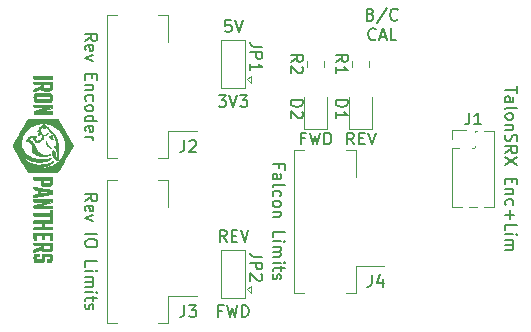
<source format=gbr>
%TF.GenerationSoftware,KiCad,Pcbnew,(5.1.6-0)*%
%TF.CreationDate,2022-05-02T22:36:42-07:00*%
%TF.ProjectId,talonsrx-enc-limit-ftc,74616c6f-6e73-4727-982d-656e632d6c69,rev?*%
%TF.SameCoordinates,PX695f190PY69fa208*%
%TF.FileFunction,Legend,Top*%
%TF.FilePolarity,Positive*%
%FSLAX46Y46*%
G04 Gerber Fmt 4.6, Leading zero omitted, Abs format (unit mm)*
G04 Created by KiCad (PCBNEW (5.1.6-0)) date 2022-05-02 22:36:42*
%MOMM*%
%LPD*%
G01*
G04 APERTURE LIST*
%ADD10C,0.150000*%
%ADD11C,0.010000*%
%ADD12C,0.120000*%
G04 APERTURE END LIST*
D10*
X30670619Y27058429D02*
X30813476Y27010810D01*
X30861095Y26963191D01*
X30908714Y26867953D01*
X30908714Y26725096D01*
X30861095Y26629858D01*
X30813476Y26582239D01*
X30718238Y26534620D01*
X30337285Y26534620D01*
X30337285Y27534620D01*
X30670619Y27534620D01*
X30765857Y27487000D01*
X30813476Y27439381D01*
X30861095Y27344143D01*
X30861095Y27248905D01*
X30813476Y27153667D01*
X30765857Y27106048D01*
X30670619Y27058429D01*
X30337285Y27058429D01*
X32051571Y27582239D02*
X31194428Y26296524D01*
X32956333Y26629858D02*
X32908714Y26582239D01*
X32765857Y26534620D01*
X32670619Y26534620D01*
X32527761Y26582239D01*
X32432523Y26677477D01*
X32384904Y26772715D01*
X32337285Y26963191D01*
X32337285Y27106048D01*
X32384904Y27296524D01*
X32432523Y27391762D01*
X32527761Y27487000D01*
X32670619Y27534620D01*
X32765857Y27534620D01*
X32908714Y27487000D01*
X32956333Y27439381D01*
X31099190Y24979858D02*
X31051571Y24932239D01*
X30908714Y24884620D01*
X30813476Y24884620D01*
X30670619Y24932239D01*
X30575380Y25027477D01*
X30527761Y25122715D01*
X30480142Y25313191D01*
X30480142Y25456048D01*
X30527761Y25646524D01*
X30575380Y25741762D01*
X30670619Y25837000D01*
X30813476Y25884620D01*
X30908714Y25884620D01*
X31051571Y25837000D01*
X31099190Y25789381D01*
X31480142Y25170334D02*
X31956333Y25170334D01*
X31384904Y24884620D02*
X31718238Y25884620D01*
X32051571Y24884620D01*
X32861095Y24884620D02*
X32384904Y24884620D01*
X32384904Y25884620D01*
X29273571Y16057620D02*
X28940238Y16533810D01*
X28702142Y16057620D02*
X28702142Y17057620D01*
X29083095Y17057620D01*
X29178333Y17010000D01*
X29225952Y16962381D01*
X29273571Y16867143D01*
X29273571Y16724286D01*
X29225952Y16629048D01*
X29178333Y16581429D01*
X29083095Y16533810D01*
X28702142Y16533810D01*
X29702142Y16581429D02*
X30035476Y16581429D01*
X30178333Y16057620D02*
X29702142Y16057620D01*
X29702142Y17057620D01*
X30178333Y17057620D01*
X30464047Y17057620D02*
X30797380Y16057620D01*
X31130714Y17057620D01*
X25106428Y16581429D02*
X24773095Y16581429D01*
X24773095Y16057620D02*
X24773095Y17057620D01*
X25249285Y17057620D01*
X25535000Y17057620D02*
X25773095Y16057620D01*
X25963571Y16771905D01*
X26154047Y16057620D01*
X26392142Y17057620D01*
X26773095Y16057620D02*
X26773095Y17057620D01*
X27011190Y17057620D01*
X27154047Y17010000D01*
X27249285Y16914762D01*
X27296904Y16819524D01*
X27344523Y16629048D01*
X27344523Y16486191D01*
X27296904Y16295715D01*
X27249285Y16200477D01*
X27154047Y16105239D01*
X27011190Y16057620D01*
X26773095Y16057620D01*
X43092619Y20970000D02*
X43092619Y20398572D01*
X42092619Y20684286D02*
X43092619Y20684286D01*
X42092619Y19636667D02*
X42616428Y19636667D01*
X42711666Y19684286D01*
X42759285Y19779524D01*
X42759285Y19970000D01*
X42711666Y20065239D01*
X42140238Y19636667D02*
X42092619Y19731905D01*
X42092619Y19970000D01*
X42140238Y20065239D01*
X42235476Y20112858D01*
X42330714Y20112858D01*
X42425952Y20065239D01*
X42473571Y19970000D01*
X42473571Y19731905D01*
X42521190Y19636667D01*
X42092619Y19017620D02*
X42140238Y19112858D01*
X42235476Y19160477D01*
X43092619Y19160477D01*
X42092619Y18493810D02*
X42140238Y18589048D01*
X42187857Y18636667D01*
X42283095Y18684286D01*
X42568809Y18684286D01*
X42664047Y18636667D01*
X42711666Y18589048D01*
X42759285Y18493810D01*
X42759285Y18350953D01*
X42711666Y18255715D01*
X42664047Y18208096D01*
X42568809Y18160477D01*
X42283095Y18160477D01*
X42187857Y18208096D01*
X42140238Y18255715D01*
X42092619Y18350953D01*
X42092619Y18493810D01*
X42759285Y17731905D02*
X42092619Y17731905D01*
X42664047Y17731905D02*
X42711666Y17684286D01*
X42759285Y17589048D01*
X42759285Y17446191D01*
X42711666Y17350953D01*
X42616428Y17303334D01*
X42092619Y17303334D01*
X42140238Y16874762D02*
X42092619Y16731905D01*
X42092619Y16493810D01*
X42140238Y16398572D01*
X42187857Y16350953D01*
X42283095Y16303334D01*
X42378333Y16303334D01*
X42473571Y16350953D01*
X42521190Y16398572D01*
X42568809Y16493810D01*
X42616428Y16684286D01*
X42664047Y16779524D01*
X42711666Y16827143D01*
X42806904Y16874762D01*
X42902142Y16874762D01*
X42997380Y16827143D01*
X43045000Y16779524D01*
X43092619Y16684286D01*
X43092619Y16446191D01*
X43045000Y16303334D01*
X42092619Y15303334D02*
X42568809Y15636667D01*
X42092619Y15874762D02*
X43092619Y15874762D01*
X43092619Y15493810D01*
X43045000Y15398572D01*
X42997380Y15350953D01*
X42902142Y15303334D01*
X42759285Y15303334D01*
X42664047Y15350953D01*
X42616428Y15398572D01*
X42568809Y15493810D01*
X42568809Y15874762D01*
X43092619Y14970000D02*
X42092619Y14303334D01*
X43092619Y14303334D02*
X42092619Y14970000D01*
X42616428Y13160477D02*
X42616428Y12827143D01*
X42092619Y12684286D02*
X42092619Y13160477D01*
X43092619Y13160477D01*
X43092619Y12684286D01*
X42759285Y12255715D02*
X42092619Y12255715D01*
X42664047Y12255715D02*
X42711666Y12208096D01*
X42759285Y12112858D01*
X42759285Y11970000D01*
X42711666Y11874762D01*
X42616428Y11827143D01*
X42092619Y11827143D01*
X42140238Y10922381D02*
X42092619Y11017620D01*
X42092619Y11208096D01*
X42140238Y11303334D01*
X42187857Y11350953D01*
X42283095Y11398572D01*
X42568809Y11398572D01*
X42664047Y11350953D01*
X42711666Y11303334D01*
X42759285Y11208096D01*
X42759285Y11017620D01*
X42711666Y10922381D01*
X42473571Y10493810D02*
X42473571Y9731905D01*
X42092619Y10112858D02*
X42854523Y10112858D01*
X42092619Y8779524D02*
X42092619Y9255715D01*
X43092619Y9255715D01*
X42092619Y8446191D02*
X42759285Y8446191D01*
X43092619Y8446191D02*
X43045000Y8493810D01*
X42997380Y8446191D01*
X43045000Y8398572D01*
X43092619Y8446191D01*
X42997380Y8446191D01*
X42092619Y7970000D02*
X42759285Y7970000D01*
X42664047Y7970000D02*
X42711666Y7922381D01*
X42759285Y7827143D01*
X42759285Y7684286D01*
X42711666Y7589048D01*
X42616428Y7541429D01*
X42092619Y7541429D01*
X42616428Y7541429D02*
X42711666Y7493810D01*
X42759285Y7398572D01*
X42759285Y7255715D01*
X42711666Y7160477D01*
X42616428Y7112858D01*
X42092619Y7112858D01*
X18859523Y26582620D02*
X18383333Y26582620D01*
X18335714Y26106429D01*
X18383333Y26154048D01*
X18478571Y26201667D01*
X18716666Y26201667D01*
X18811904Y26154048D01*
X18859523Y26106429D01*
X18907142Y26011191D01*
X18907142Y25773096D01*
X18859523Y25677858D01*
X18811904Y25630239D01*
X18716666Y25582620D01*
X18478571Y25582620D01*
X18383333Y25630239D01*
X18335714Y25677858D01*
X19192857Y26582620D02*
X19526190Y25582620D01*
X19859523Y26582620D01*
X17811904Y20232620D02*
X18430952Y20232620D01*
X18097619Y19851667D01*
X18240476Y19851667D01*
X18335714Y19804048D01*
X18383333Y19756429D01*
X18430952Y19661191D01*
X18430952Y19423096D01*
X18383333Y19327858D01*
X18335714Y19280239D01*
X18240476Y19232620D01*
X17954761Y19232620D01*
X17859523Y19280239D01*
X17811904Y19327858D01*
X18716666Y20232620D02*
X19050000Y19232620D01*
X19383333Y20232620D01*
X19621428Y20232620D02*
X20240476Y20232620D01*
X19907142Y19851667D01*
X20050000Y19851667D01*
X20145238Y19804048D01*
X20192857Y19756429D01*
X20240476Y19661191D01*
X20240476Y19423096D01*
X20192857Y19327858D01*
X20145238Y19280239D01*
X20050000Y19232620D01*
X19764285Y19232620D01*
X19669047Y19280239D01*
X19621428Y19327858D01*
X18478571Y7802620D02*
X18145238Y8278810D01*
X17907142Y7802620D02*
X17907142Y8802620D01*
X18288095Y8802620D01*
X18383333Y8755000D01*
X18430952Y8707381D01*
X18478571Y8612143D01*
X18478571Y8469286D01*
X18430952Y8374048D01*
X18383333Y8326429D01*
X18288095Y8278810D01*
X17907142Y8278810D01*
X18907142Y8326429D02*
X19240476Y8326429D01*
X19383333Y7802620D02*
X18907142Y7802620D01*
X18907142Y8802620D01*
X19383333Y8802620D01*
X19669047Y8802620D02*
X20002380Y7802620D01*
X20335714Y8802620D01*
X18121428Y1976429D02*
X17788095Y1976429D01*
X17788095Y1452620D02*
X17788095Y2452620D01*
X18264285Y2452620D01*
X18550000Y2452620D02*
X18788095Y1452620D01*
X18978571Y2166905D01*
X19169047Y1452620D01*
X19407142Y2452620D01*
X19788095Y1452620D02*
X19788095Y2452620D01*
X20026190Y2452620D01*
X20169047Y2405000D01*
X20264285Y2309762D01*
X20311904Y2214524D01*
X20359523Y2024048D01*
X20359523Y1881191D01*
X20311904Y1690715D01*
X20264285Y1595477D01*
X20169047Y1500239D01*
X20026190Y1452620D01*
X19788095Y1452620D01*
X6532619Y24812143D02*
X7008809Y25145477D01*
X6532619Y25383572D02*
X7532619Y25383572D01*
X7532619Y25002620D01*
X7485000Y24907381D01*
X7437380Y24859762D01*
X7342142Y24812143D01*
X7199285Y24812143D01*
X7104047Y24859762D01*
X7056428Y24907381D01*
X7008809Y25002620D01*
X7008809Y25383572D01*
X6580238Y24002620D02*
X6532619Y24097858D01*
X6532619Y24288334D01*
X6580238Y24383572D01*
X6675476Y24431191D01*
X7056428Y24431191D01*
X7151666Y24383572D01*
X7199285Y24288334D01*
X7199285Y24097858D01*
X7151666Y24002620D01*
X7056428Y23955000D01*
X6961190Y23955000D01*
X6865952Y24431191D01*
X7199285Y23621667D02*
X6532619Y23383572D01*
X7199285Y23145477D01*
X7056428Y22002620D02*
X7056428Y21669286D01*
X6532619Y21526429D02*
X6532619Y22002620D01*
X7532619Y22002620D01*
X7532619Y21526429D01*
X7199285Y21097858D02*
X6532619Y21097858D01*
X7104047Y21097858D02*
X7151666Y21050239D01*
X7199285Y20955000D01*
X7199285Y20812143D01*
X7151666Y20716905D01*
X7056428Y20669286D01*
X6532619Y20669286D01*
X6580238Y19764524D02*
X6532619Y19859762D01*
X6532619Y20050239D01*
X6580238Y20145477D01*
X6627857Y20193096D01*
X6723095Y20240715D01*
X7008809Y20240715D01*
X7104047Y20193096D01*
X7151666Y20145477D01*
X7199285Y20050239D01*
X7199285Y19859762D01*
X7151666Y19764524D01*
X6532619Y19193096D02*
X6580238Y19288334D01*
X6627857Y19335953D01*
X6723095Y19383572D01*
X7008809Y19383572D01*
X7104047Y19335953D01*
X7151666Y19288334D01*
X7199285Y19193096D01*
X7199285Y19050239D01*
X7151666Y18955000D01*
X7104047Y18907381D01*
X7008809Y18859762D01*
X6723095Y18859762D01*
X6627857Y18907381D01*
X6580238Y18955000D01*
X6532619Y19050239D01*
X6532619Y19193096D01*
X6532619Y18002620D02*
X7532619Y18002620D01*
X6580238Y18002620D02*
X6532619Y18097858D01*
X6532619Y18288334D01*
X6580238Y18383572D01*
X6627857Y18431191D01*
X6723095Y18478810D01*
X7008809Y18478810D01*
X7104047Y18431191D01*
X7151666Y18383572D01*
X7199285Y18288334D01*
X7199285Y18097858D01*
X7151666Y18002620D01*
X6580238Y17145477D02*
X6532619Y17240715D01*
X6532619Y17431191D01*
X6580238Y17526429D01*
X6675476Y17574048D01*
X7056428Y17574048D01*
X7151666Y17526429D01*
X7199285Y17431191D01*
X7199285Y17240715D01*
X7151666Y17145477D01*
X7056428Y17097858D01*
X6961190Y17097858D01*
X6865952Y17574048D01*
X6532619Y16669286D02*
X7199285Y16669286D01*
X7008809Y16669286D02*
X7104047Y16621667D01*
X7151666Y16574048D01*
X7199285Y16478810D01*
X7199285Y16383572D01*
X6532619Y11246905D02*
X7008809Y11580239D01*
X6532619Y11818334D02*
X7532619Y11818334D01*
X7532619Y11437381D01*
X7485000Y11342143D01*
X7437380Y11294524D01*
X7342142Y11246905D01*
X7199285Y11246905D01*
X7104047Y11294524D01*
X7056428Y11342143D01*
X7008809Y11437381D01*
X7008809Y11818334D01*
X6580238Y10437381D02*
X6532619Y10532620D01*
X6532619Y10723096D01*
X6580238Y10818334D01*
X6675476Y10865953D01*
X7056428Y10865953D01*
X7151666Y10818334D01*
X7199285Y10723096D01*
X7199285Y10532620D01*
X7151666Y10437381D01*
X7056428Y10389762D01*
X6961190Y10389762D01*
X6865952Y10865953D01*
X7199285Y10056429D02*
X6532619Y9818334D01*
X7199285Y9580239D01*
X6532619Y8437381D02*
X7532619Y8437381D01*
X7532619Y7770715D02*
X7532619Y7580239D01*
X7485000Y7485000D01*
X7389761Y7389762D01*
X7199285Y7342143D01*
X6865952Y7342143D01*
X6675476Y7389762D01*
X6580238Y7485000D01*
X6532619Y7580239D01*
X6532619Y7770715D01*
X6580238Y7865953D01*
X6675476Y7961191D01*
X6865952Y8008810D01*
X7199285Y8008810D01*
X7389761Y7961191D01*
X7485000Y7865953D01*
X7532619Y7770715D01*
X6532619Y5675477D02*
X6532619Y6151667D01*
X7532619Y6151667D01*
X6532619Y5342143D02*
X7199285Y5342143D01*
X7532619Y5342143D02*
X7485000Y5389762D01*
X7437380Y5342143D01*
X7485000Y5294524D01*
X7532619Y5342143D01*
X7437380Y5342143D01*
X6532619Y4865953D02*
X7199285Y4865953D01*
X7104047Y4865953D02*
X7151666Y4818334D01*
X7199285Y4723096D01*
X7199285Y4580239D01*
X7151666Y4485000D01*
X7056428Y4437381D01*
X6532619Y4437381D01*
X7056428Y4437381D02*
X7151666Y4389762D01*
X7199285Y4294524D01*
X7199285Y4151667D01*
X7151666Y4056429D01*
X7056428Y4008810D01*
X6532619Y4008810D01*
X6532619Y3532620D02*
X7199285Y3532620D01*
X7532619Y3532620D02*
X7485000Y3580239D01*
X7437380Y3532620D01*
X7485000Y3485000D01*
X7532619Y3532620D01*
X7437380Y3532620D01*
X7199285Y3199286D02*
X7199285Y2818334D01*
X7532619Y3056429D02*
X6675476Y3056429D01*
X6580238Y3008810D01*
X6532619Y2913572D01*
X6532619Y2818334D01*
X6580238Y2532620D02*
X6532619Y2437381D01*
X6532619Y2246905D01*
X6580238Y2151667D01*
X6675476Y2104048D01*
X6723095Y2104048D01*
X6818333Y2151667D01*
X6865952Y2246905D01*
X6865952Y2389762D01*
X6913571Y2485000D01*
X7008809Y2532620D01*
X7056428Y2532620D01*
X7151666Y2485000D01*
X7199285Y2389762D01*
X7199285Y2246905D01*
X7151666Y2151667D01*
X22931428Y14048810D02*
X22931428Y14382143D01*
X22407619Y14382143D02*
X23407619Y14382143D01*
X23407619Y13905953D01*
X22407619Y13096429D02*
X22931428Y13096429D01*
X23026666Y13144048D01*
X23074285Y13239286D01*
X23074285Y13429762D01*
X23026666Y13525000D01*
X22455238Y13096429D02*
X22407619Y13191667D01*
X22407619Y13429762D01*
X22455238Y13525000D01*
X22550476Y13572620D01*
X22645714Y13572620D01*
X22740952Y13525000D01*
X22788571Y13429762D01*
X22788571Y13191667D01*
X22836190Y13096429D01*
X22407619Y12477381D02*
X22455238Y12572620D01*
X22550476Y12620239D01*
X23407619Y12620239D01*
X22455238Y11667858D02*
X22407619Y11763096D01*
X22407619Y11953572D01*
X22455238Y12048810D01*
X22502857Y12096429D01*
X22598095Y12144048D01*
X22883809Y12144048D01*
X22979047Y12096429D01*
X23026666Y12048810D01*
X23074285Y11953572D01*
X23074285Y11763096D01*
X23026666Y11667858D01*
X22407619Y11096429D02*
X22455238Y11191667D01*
X22502857Y11239286D01*
X22598095Y11286905D01*
X22883809Y11286905D01*
X22979047Y11239286D01*
X23026666Y11191667D01*
X23074285Y11096429D01*
X23074285Y10953572D01*
X23026666Y10858334D01*
X22979047Y10810715D01*
X22883809Y10763096D01*
X22598095Y10763096D01*
X22502857Y10810715D01*
X22455238Y10858334D01*
X22407619Y10953572D01*
X22407619Y11096429D01*
X23074285Y10334524D02*
X22407619Y10334524D01*
X22979047Y10334524D02*
X23026666Y10286905D01*
X23074285Y10191667D01*
X23074285Y10048810D01*
X23026666Y9953572D01*
X22931428Y9905953D01*
X22407619Y9905953D01*
X22407619Y8191667D02*
X22407619Y8667858D01*
X23407619Y8667858D01*
X22407619Y7858334D02*
X23074285Y7858334D01*
X23407619Y7858334D02*
X23360000Y7905953D01*
X23312380Y7858334D01*
X23360000Y7810715D01*
X23407619Y7858334D01*
X23312380Y7858334D01*
X22407619Y7382143D02*
X23074285Y7382143D01*
X22979047Y7382143D02*
X23026666Y7334524D01*
X23074285Y7239286D01*
X23074285Y7096429D01*
X23026666Y7001191D01*
X22931428Y6953572D01*
X22407619Y6953572D01*
X22931428Y6953572D02*
X23026666Y6905953D01*
X23074285Y6810715D01*
X23074285Y6667858D01*
X23026666Y6572620D01*
X22931428Y6525000D01*
X22407619Y6525000D01*
X22407619Y6048810D02*
X23074285Y6048810D01*
X23407619Y6048810D02*
X23360000Y6096429D01*
X23312380Y6048810D01*
X23360000Y6001191D01*
X23407619Y6048810D01*
X23312380Y6048810D01*
X23074285Y5715477D02*
X23074285Y5334524D01*
X23407619Y5572620D02*
X22550476Y5572620D01*
X22455238Y5525000D01*
X22407619Y5429762D01*
X22407619Y5334524D01*
X22455238Y5048810D02*
X22407619Y4953572D01*
X22407619Y4763096D01*
X22455238Y4667858D01*
X22550476Y4620239D01*
X22598095Y4620239D01*
X22693333Y4667858D01*
X22740952Y4763096D01*
X22740952Y4905953D01*
X22788571Y5001191D01*
X22883809Y5048810D01*
X22931428Y5048810D01*
X23026666Y5001191D01*
X23074285Y4905953D01*
X23074285Y4763096D01*
X23026666Y4667858D01*
D11*
%TO.C,G\u002A\u002A\u002A*%
G36*
X3748062Y16486200D02*
G01*
X3733887Y16481295D01*
X3710298Y16484630D01*
X3698054Y16488348D01*
X3660722Y16505002D01*
X3623602Y16528495D01*
X3591628Y16555468D01*
X3578901Y16569473D01*
X3568003Y16583669D01*
X3552296Y16605029D01*
X3533359Y16631308D01*
X3512770Y16660265D01*
X3492108Y16689655D01*
X3472953Y16717236D01*
X3456882Y16740764D01*
X3445477Y16757997D01*
X3440854Y16765588D01*
X3437961Y16774536D01*
X3439548Y16776700D01*
X3447105Y16773366D01*
X3460971Y16764913D01*
X3468892Y16759584D01*
X3493592Y16742467D01*
X3513684Y16765360D01*
X3539300Y16790226D01*
X3565466Y16805439D01*
X3596504Y16813474D01*
X3598130Y16813713D01*
X3616266Y16816871D01*
X3626023Y16822050D01*
X3631320Y16832949D01*
X3635041Y16848550D01*
X3639984Y16866129D01*
X3645177Y16877122D01*
X3647639Y16878992D01*
X3650574Y16873129D01*
X3656195Y16856775D01*
X3664003Y16831735D01*
X3673500Y16799813D01*
X3684186Y16762813D01*
X3695562Y16722538D01*
X3707129Y16680793D01*
X3718389Y16639381D01*
X3728842Y16600106D01*
X3737989Y16564773D01*
X3745331Y16535185D01*
X3750370Y16513146D01*
X3752605Y16500460D01*
X3752671Y16499316D01*
X3748062Y16486200D01*
G37*
X3748062Y16486200D02*
X3733887Y16481295D01*
X3710298Y16484630D01*
X3698054Y16488348D01*
X3660722Y16505002D01*
X3623602Y16528495D01*
X3591628Y16555468D01*
X3578901Y16569473D01*
X3568003Y16583669D01*
X3552296Y16605029D01*
X3533359Y16631308D01*
X3512770Y16660265D01*
X3492108Y16689655D01*
X3472953Y16717236D01*
X3456882Y16740764D01*
X3445477Y16757997D01*
X3440854Y16765588D01*
X3437961Y16774536D01*
X3439548Y16776700D01*
X3447105Y16773366D01*
X3460971Y16764913D01*
X3468892Y16759584D01*
X3493592Y16742467D01*
X3513684Y16765360D01*
X3539300Y16790226D01*
X3565466Y16805439D01*
X3596504Y16813474D01*
X3598130Y16813713D01*
X3616266Y16816871D01*
X3626023Y16822050D01*
X3631320Y16832949D01*
X3635041Y16848550D01*
X3639984Y16866129D01*
X3645177Y16877122D01*
X3647639Y16878992D01*
X3650574Y16873129D01*
X3656195Y16856775D01*
X3664003Y16831735D01*
X3673500Y16799813D01*
X3684186Y16762813D01*
X3695562Y16722538D01*
X3707129Y16680793D01*
X3718389Y16639381D01*
X3728842Y16600106D01*
X3737989Y16564773D01*
X3745331Y16535185D01*
X3750370Y16513146D01*
X3752605Y16500460D01*
X3752671Y16499316D01*
X3748062Y16486200D01*
G36*
X3576908Y15760007D02*
G01*
X3569650Y15762911D01*
X3555030Y15771541D01*
X3531920Y15786464D01*
X3509547Y15801316D01*
X3473690Y15824888D01*
X3431796Y15851843D01*
X3388741Y15879074D01*
X3349403Y15903474D01*
X3344363Y15906552D01*
X3311135Y15927057D01*
X3287426Y15942458D01*
X3271729Y15953947D01*
X3262534Y15962717D01*
X3258333Y15969961D01*
X3257550Y15975166D01*
X3255948Y15991508D01*
X3251435Y16018202D01*
X3244455Y16053350D01*
X3235450Y16095054D01*
X3224862Y16141417D01*
X3213136Y16190540D01*
X3200712Y16240525D01*
X3188034Y16289476D01*
X3175545Y16335494D01*
X3164642Y16373475D01*
X3163487Y16381715D01*
X3167497Y16379825D01*
X3172869Y16371913D01*
X3182531Y16355140D01*
X3195088Y16332003D01*
X3208491Y16306290D01*
X3229963Y16260302D01*
X3251272Y16207481D01*
X3270987Y16151947D01*
X3287675Y16097823D01*
X3299902Y16049232D01*
X3302676Y16035320D01*
X3307346Y16011504D01*
X3312262Y15996186D01*
X3319943Y15985367D01*
X3332906Y15975048D01*
X3346244Y15966130D01*
X3386772Y15937954D01*
X3428368Y15906389D01*
X3468926Y15873255D01*
X3506344Y15840374D01*
X3538517Y15809569D01*
X3563340Y15782659D01*
X3573840Y15769127D01*
X3577929Y15762267D01*
X3576908Y15760007D01*
G37*
X3576908Y15760007D02*
X3569650Y15762911D01*
X3555030Y15771541D01*
X3531920Y15786464D01*
X3509547Y15801316D01*
X3473690Y15824888D01*
X3431796Y15851843D01*
X3388741Y15879074D01*
X3349403Y15903474D01*
X3344363Y15906552D01*
X3311135Y15927057D01*
X3287426Y15942458D01*
X3271729Y15953947D01*
X3262534Y15962717D01*
X3258333Y15969961D01*
X3257550Y15975166D01*
X3255948Y15991508D01*
X3251435Y16018202D01*
X3244455Y16053350D01*
X3235450Y16095054D01*
X3224862Y16141417D01*
X3213136Y16190540D01*
X3200712Y16240525D01*
X3188034Y16289476D01*
X3175545Y16335494D01*
X3164642Y16373475D01*
X3163487Y16381715D01*
X3167497Y16379825D01*
X3172869Y16371913D01*
X3182531Y16355140D01*
X3195088Y16332003D01*
X3208491Y16306290D01*
X3229963Y16260302D01*
X3251272Y16207481D01*
X3270987Y16151947D01*
X3287675Y16097823D01*
X3299902Y16049232D01*
X3302676Y16035320D01*
X3307346Y16011504D01*
X3312262Y15996186D01*
X3319943Y15985367D01*
X3332906Y15975048D01*
X3346244Y15966130D01*
X3386772Y15937954D01*
X3428368Y15906389D01*
X3468926Y15873255D01*
X3506344Y15840374D01*
X3538517Y15809569D01*
X3563340Y15782659D01*
X3573840Y15769127D01*
X3577929Y15762267D01*
X3576908Y15760007D01*
G36*
X3324345Y17018471D02*
G01*
X3316431Y17001983D01*
X3305541Y16981619D01*
X3293556Y16960823D01*
X3282356Y16943040D01*
X3277287Y16935888D01*
X3254925Y16912183D01*
X3225148Y16888278D01*
X3192465Y16867298D01*
X3161387Y16852367D01*
X3152384Y16849339D01*
X3125339Y16843835D01*
X3096152Y16841308D01*
X3084878Y16841443D01*
X3051175Y16843375D01*
X3084386Y16851867D01*
X3119215Y16864930D01*
X3155630Y16885453D01*
X3188768Y16910302D01*
X3212090Y16934174D01*
X3225144Y16952578D01*
X3239171Y16975352D01*
X3252387Y16999189D01*
X3263007Y17020782D01*
X3269248Y17036825D01*
X3270170Y17041813D01*
X3274388Y17049191D01*
X3276804Y17049750D01*
X3287116Y17047460D01*
X3301882Y17041959D01*
X3316396Y17035304D01*
X3325952Y17029553D01*
X3327400Y17027638D01*
X3324345Y17018471D01*
G37*
X3324345Y17018471D02*
X3316431Y17001983D01*
X3305541Y16981619D01*
X3293556Y16960823D01*
X3282356Y16943040D01*
X3277287Y16935888D01*
X3254925Y16912183D01*
X3225148Y16888278D01*
X3192465Y16867298D01*
X3161387Y16852367D01*
X3152384Y16849339D01*
X3125339Y16843835D01*
X3096152Y16841308D01*
X3084878Y16841443D01*
X3051175Y16843375D01*
X3084386Y16851867D01*
X3119215Y16864930D01*
X3155630Y16885453D01*
X3188768Y16910302D01*
X3212090Y16934174D01*
X3225144Y16952578D01*
X3239171Y16975352D01*
X3252387Y16999189D01*
X3263007Y17020782D01*
X3269248Y17036825D01*
X3270170Y17041813D01*
X3274388Y17049191D01*
X3276804Y17049750D01*
X3287116Y17047460D01*
X3301882Y17041959D01*
X3316396Y17035304D01*
X3325952Y17029553D01*
X3327400Y17027638D01*
X3324345Y17018471D01*
G36*
X4247512Y15068716D02*
G01*
X4237249Y14927824D01*
X4221447Y14795640D01*
X4214450Y14750982D01*
X4208801Y14722388D01*
X4201936Y14704661D01*
X4191725Y14696837D01*
X4176037Y14697950D01*
X4152742Y14707034D01*
X4135582Y14715242D01*
X4078157Y14746781D01*
X4019907Y14784811D01*
X3963112Y14827434D01*
X3910051Y14872749D01*
X3863006Y14918856D01*
X3824254Y14963857D01*
X3805355Y14990426D01*
X3782554Y15033413D01*
X3762252Y15087328D01*
X3745000Y15150551D01*
X3735740Y15195550D01*
X3730536Y15232477D01*
X3726833Y15276027D01*
X3724629Y15323453D01*
X3723920Y15372007D01*
X3724706Y15418942D01*
X3726983Y15461511D01*
X3730750Y15496964D01*
X3736004Y15522556D01*
X3736010Y15522575D01*
X3747267Y15551827D01*
X3760533Y15573917D01*
X3774366Y15586793D01*
X3782804Y15589250D01*
X3791608Y15585159D01*
X3806181Y15574457D01*
X3822597Y15560158D01*
X3849151Y15529381D01*
X3875124Y15488088D01*
X3899502Y15438455D01*
X3921271Y15382656D01*
X3939416Y15322869D01*
X3946153Y15295139D01*
X3950251Y15273296D01*
X3953926Y15247585D01*
X3956810Y15221611D01*
X3958534Y15198974D01*
X3958729Y15183275D01*
X3958049Y15178899D01*
X3949450Y15171325D01*
X3935243Y15172326D01*
X3922096Y15179441D01*
X3906920Y15185350D01*
X3894490Y15180013D01*
X3889934Y15172491D01*
X3890880Y15159468D01*
X3899954Y15137126D01*
X3916999Y15105771D01*
X3941857Y15065708D01*
X3955685Y15044718D01*
X3983729Y15005193D01*
X4007436Y14977198D01*
X4027220Y14960486D01*
X4043497Y14954809D01*
X4056678Y14959920D01*
X4067179Y14975569D01*
X4068012Y14977498D01*
X4077311Y15003824D01*
X4084744Y15034602D01*
X4090522Y15071502D01*
X4094856Y15116191D01*
X4097956Y15170338D01*
X4099911Y15230475D01*
X4100892Y15303757D01*
X4099721Y15366486D01*
X4095935Y15420698D01*
X4089072Y15468427D01*
X4078670Y15511708D01*
X4064266Y15552576D01*
X4045399Y15593066D01*
X4021607Y15635211D01*
X4000290Y15669073D01*
X3961627Y15730206D01*
X3931212Y15782139D01*
X3908888Y15825191D01*
X3894496Y15859682D01*
X3887878Y15885931D01*
X3887484Y15896836D01*
X3891527Y15916046D01*
X3900454Y15924180D01*
X3914944Y15921383D01*
X3935674Y15907799D01*
X3936335Y15907278D01*
X3956850Y15893088D01*
X3981807Y15878569D01*
X3995003Y15871936D01*
X4021384Y15860764D01*
X4040357Y15856293D01*
X4052930Y15859607D01*
X4060109Y15871789D01*
X4062903Y15893924D01*
X4062317Y15927095D01*
X4061384Y15943362D01*
X4057060Y15999682D01*
X4050952Y16062646D01*
X4043387Y16129906D01*
X4034693Y16199114D01*
X4025196Y16267922D01*
X4015224Y16333982D01*
X4005104Y16394945D01*
X3995165Y16448464D01*
X3985732Y16492191D01*
X3983719Y16500419D01*
X3961247Y16578395D01*
X3934083Y16650679D01*
X3901179Y16718910D01*
X3861482Y16784725D01*
X3813944Y16849762D01*
X3757514Y16915658D01*
X3691142Y16984052D01*
X3646052Y17027022D01*
X3599454Y17071105D01*
X3560747Y17109669D01*
X3527864Y17145073D01*
X3498736Y17179679D01*
X3471295Y17215847D01*
X3443473Y17255937D01*
X3437009Y17265650D01*
X3398507Y17322905D01*
X3364392Y17371117D01*
X3332831Y17412313D01*
X3301990Y17448522D01*
X3270036Y17481775D01*
X3235137Y17514099D01*
X3195459Y17547523D01*
X3149600Y17583742D01*
X3108945Y17614642D01*
X3076689Y17637917D01*
X3051691Y17654322D01*
X3032809Y17664613D01*
X3020400Y17669198D01*
X3009617Y17670574D01*
X3004737Y17667084D01*
X3006102Y17657561D01*
X3014051Y17640839D01*
X3028924Y17615750D01*
X3041943Y17595216D01*
X3059148Y17567791D01*
X3075081Y17541198D01*
X3087613Y17519052D01*
X3093208Y17508159D01*
X3106080Y17480793D01*
X3089744Y17459376D01*
X3074547Y17442338D01*
X3060186Y17434662D01*
X3043603Y17436076D01*
X3021737Y17446306D01*
X3011530Y17452372D01*
X2959958Y17477629D01*
X2908147Y17490356D01*
X2856537Y17490524D01*
X2805567Y17478101D01*
X2783114Y17468471D01*
X2743796Y17443983D01*
X2715107Y17413645D01*
X2696612Y17376636D01*
X2687876Y17332134D01*
X2687753Y17288488D01*
X2696791Y17229688D01*
X2716523Y17168091D01*
X2747201Y17103164D01*
X2789077Y17034372D01*
X2842404Y16961182D01*
X2842432Y16961147D01*
X2882573Y16907716D01*
X2914112Y16860768D01*
X2938137Y16818576D01*
X2954090Y16783598D01*
X2961718Y16756892D01*
X2966798Y16723579D01*
X2969270Y16687182D01*
X2969072Y16651223D01*
X2966145Y16619226D01*
X2960428Y16594713D01*
X2957454Y16587989D01*
X2944015Y16569700D01*
X2921322Y16545959D01*
X2890938Y16517963D01*
X2854429Y16486909D01*
X2813361Y16453995D01*
X2769297Y16420418D01*
X2723803Y16387375D01*
X2678445Y16356063D01*
X2634787Y16327680D01*
X2594394Y16303424D01*
X2564214Y16287154D01*
X2510850Y16263549D01*
X2462850Y16249487D01*
X2417897Y16244399D01*
X2393900Y16245196D01*
X2348891Y16251517D01*
X2310681Y16263121D01*
X2277891Y16281240D01*
X2249138Y16307105D01*
X2223042Y16341948D01*
X2198221Y16386999D01*
X2174355Y16440887D01*
X2157874Y16480727D01*
X2144622Y16511104D01*
X2133255Y16534402D01*
X2122429Y16553004D01*
X2110800Y16569296D01*
X2097024Y16585662D01*
X2085810Y16597978D01*
X2054854Y16628068D01*
X2026226Y16647805D01*
X1997153Y16658471D01*
X1964863Y16661344D01*
X1950157Y16660575D01*
X1896318Y16651263D01*
X1851323Y16632993D01*
X1814840Y16605588D01*
X1790033Y16574600D01*
X1776925Y16546137D01*
X1771331Y16516215D01*
X1773780Y16489090D01*
X1778058Y16478142D01*
X1785743Y16469822D01*
X1801600Y16456541D01*
X1823163Y16440269D01*
X1843146Y16426228D01*
X1871074Y16405544D01*
X1904126Y16378426D01*
X1938861Y16347816D01*
X1971837Y16316656D01*
X1975324Y16313206D01*
X2014626Y16272390D01*
X2049987Y16231578D01*
X2082359Y16189167D01*
X2112695Y16143553D01*
X2141948Y16093133D01*
X2171071Y16036303D01*
X2201016Y15971460D01*
X2232737Y15896999D01*
X2254532Y15843250D01*
X2271935Y15800477D01*
X2290041Y15757401D01*
X2307579Y15716947D01*
X2323280Y15682035D01*
X2335872Y15655588D01*
X2337485Y15652394D01*
X2363529Y15605969D01*
X2393602Y15561557D01*
X2428897Y15517911D01*
X2470605Y15473782D01*
X2519921Y15427922D01*
X2578036Y15379082D01*
X2646142Y15326015D01*
X2657475Y15317477D01*
X2723649Y15270656D01*
X2785495Y15233368D01*
X2845667Y15204537D01*
X2906816Y15183087D01*
X2971598Y15167940D01*
X3042664Y15158022D01*
X3053041Y15157010D01*
X3114908Y15154269D01*
X3184807Y15156324D01*
X3259183Y15162769D01*
X3334480Y15173200D01*
X3407144Y15187212D01*
X3473621Y15204400D01*
X3476317Y15205213D01*
X3495443Y15210475D01*
X3506711Y15211417D01*
X3514212Y15208021D01*
X3517485Y15205038D01*
X3523141Y15194805D01*
X3519383Y15183540D01*
X3505392Y15170126D01*
X3480351Y15153446D01*
X3479117Y15152701D01*
X3403453Y15113711D01*
X3318989Y15082037D01*
X3227453Y15057886D01*
X3130570Y15041469D01*
X3030066Y15032994D01*
X2927670Y15032671D01*
X2825106Y15040707D01*
X2724101Y15057312D01*
X2712192Y15059885D01*
X2640138Y15078055D01*
X2570510Y15100421D01*
X2499460Y15128371D01*
X2423138Y15163295D01*
X2416175Y15166682D01*
X2365727Y15192895D01*
X2312012Y15223566D01*
X2257076Y15257308D01*
X2202963Y15292732D01*
X2151719Y15328447D01*
X2105387Y15363067D01*
X2066013Y15395201D01*
X2035641Y15423461D01*
X2031066Y15428269D01*
X2014256Y15446375D01*
X2030485Y15506700D01*
X2037217Y15533579D01*
X2041858Y15557841D01*
X2044795Y15583086D01*
X2046414Y15612914D01*
X2047100Y15650924D01*
X2047172Y15662275D01*
X2046847Y15709444D01*
X2044954Y15748263D01*
X2040876Y15783049D01*
X2033997Y15818116D01*
X2023703Y15857780D01*
X2014998Y15887700D01*
X2002269Y15926138D01*
X1985898Y15969333D01*
X1967285Y16014092D01*
X1947830Y16057221D01*
X1928932Y16095528D01*
X1911992Y16125817D01*
X1907668Y16132610D01*
X1864329Y16187350D01*
X1810360Y16237639D01*
X1747368Y16282421D01*
X1676961Y16320641D01*
X1600748Y16351244D01*
X1553118Y16365452D01*
X1522583Y16373941D01*
X1502581Y16381044D01*
X1491169Y16387736D01*
X1486401Y16394989D01*
X1485900Y16399103D01*
X1489476Y16407393D01*
X1499124Y16423245D01*
X1513225Y16444115D01*
X1524799Y16460238D01*
X1578291Y16525596D01*
X1640502Y16588911D01*
X1708578Y16647758D01*
X1779663Y16699710D01*
X1850902Y16742341D01*
X1865775Y16749962D01*
X1896467Y16764508D01*
X1920311Y16773782D01*
X1941350Y16779045D01*
X1963624Y16781564D01*
X1967559Y16781796D01*
X1993281Y16782265D01*
X2012898Y16779458D01*
X2032862Y16772022D01*
X2046977Y16765139D01*
X2084178Y16746220D01*
X2130950Y16771448D01*
X2163320Y16786910D01*
X2186887Y16793546D01*
X2201949Y16791390D01*
X2208783Y16780583D01*
X2207146Y16769922D01*
X2200877Y16751064D01*
X2191097Y16727138D01*
X2184216Y16712082D01*
X2173075Y16687939D01*
X2164704Y16668443D01*
X2160167Y16656154D01*
X2159768Y16653254D01*
X2165519Y16655812D01*
X2179070Y16664567D01*
X2198141Y16677993D01*
X2212230Y16688363D01*
X2243166Y16710265D01*
X2272756Y16728986D01*
X2299018Y16743466D01*
X2319971Y16752648D01*
X2333633Y16755474D01*
X2336466Y16754682D01*
X2341259Y16749922D01*
X2341821Y16742714D01*
X2337374Y16731344D01*
X2327139Y16714095D01*
X2310336Y16689250D01*
X2300234Y16674865D01*
X2280540Y16646141D01*
X2261314Y16616610D01*
X2245163Y16590353D01*
X2237027Y16576000D01*
X2216629Y16537695D01*
X2238643Y16505007D01*
X2276807Y16457344D01*
X2319749Y16421166D01*
X2368341Y16396012D01*
X2423456Y16381426D01*
X2482850Y16376940D01*
X2537543Y16382992D01*
X2592477Y16400330D01*
X2646212Y16427649D01*
X2697307Y16463647D01*
X2744323Y16507021D01*
X2785818Y16556466D01*
X2820352Y16610681D01*
X2846485Y16668361D01*
X2860998Y16719054D01*
X2865924Y16756616D01*
X2864324Y16793845D01*
X2855647Y16832743D01*
X2839342Y16875312D01*
X2814860Y16923554D01*
X2795697Y16956585D01*
X2783316Y16976245D01*
X2774434Y16986878D01*
X2766518Y16990631D01*
X2757030Y16989650D01*
X2756726Y16989578D01*
X2728655Y16979947D01*
X2692892Y16963079D01*
X2651389Y16940002D01*
X2606097Y16911745D01*
X2594720Y16904200D01*
X2563684Y16883460D01*
X2541383Y16869031D01*
X2526019Y16860128D01*
X2515791Y16855968D01*
X2508902Y16855768D01*
X2503552Y16858745D01*
X2499374Y16862685D01*
X2493466Y16872564D01*
X2492131Y16887190D01*
X2495617Y16908384D01*
X2504168Y16937967D01*
X2513082Y16964025D01*
X2537674Y17024479D01*
X2568858Y17084887D01*
X2597996Y17132935D01*
X2611690Y17154835D01*
X2622274Y17172744D01*
X2628183Y17183967D01*
X2628900Y17186148D01*
X2623475Y17189763D01*
X2608910Y17189044D01*
X2587769Y17184583D01*
X2562618Y17176974D01*
X2536022Y17166807D01*
X2526027Y17162378D01*
X2500386Y17151155D01*
X2483770Y17145636D01*
X2474145Y17145272D01*
X2470714Y17147496D01*
X2470273Y17157479D01*
X2477505Y17175586D01*
X2491621Y17200471D01*
X2511832Y17230791D01*
X2537349Y17265200D01*
X2547085Y17277582D01*
X2564498Y17299757D01*
X2575435Y17315580D01*
X2581402Y17328577D01*
X2583903Y17342275D01*
X2584445Y17360199D01*
X2584450Y17365098D01*
X2586131Y17395337D01*
X2592153Y17421391D01*
X2603989Y17447007D01*
X2623112Y17475934D01*
X2633324Y17489523D01*
X2681743Y17547853D01*
X2732532Y17600553D01*
X2784325Y17646568D01*
X2835755Y17684841D01*
X2885456Y17714317D01*
X2932061Y17733937D01*
X2958086Y17740562D01*
X2986922Y17744032D01*
X3012674Y17742442D01*
X3038149Y17734864D01*
X3066153Y17720367D01*
X3099493Y17698024D01*
X3110130Y17690262D01*
X3200847Y17620434D01*
X3279682Y17553752D01*
X3346970Y17489896D01*
X3403049Y17428543D01*
X3448253Y17369372D01*
X3454320Y17360356D01*
X3474834Y17330913D01*
X3497641Y17300725D01*
X3519275Y17274281D01*
X3529875Y17262475D01*
X3551849Y17238699D01*
X3574926Y17212837D01*
X3594147Y17190451D01*
X3594310Y17190253D01*
X3610125Y17173197D01*
X3633038Y17151014D01*
X3660146Y17126406D01*
X3688547Y17102075D01*
X3692525Y17098792D01*
X3774748Y17026876D01*
X3845166Y16955616D01*
X3904573Y16884069D01*
X3953763Y16811294D01*
X3987960Y16748125D01*
X4006002Y16707942D01*
X4026117Y16658248D01*
X4047292Y16601850D01*
X4068514Y16541556D01*
X4088771Y16480175D01*
X4107049Y16420515D01*
X4110741Y16407772D01*
X4144845Y16276012D01*
X4174506Y16135458D01*
X4199603Y15988055D01*
X4220014Y15835748D01*
X4235616Y15680481D01*
X4246289Y15524200D01*
X4251910Y15368849D01*
X4252359Y15216373D01*
X4247512Y15068716D01*
G37*
X4247512Y15068716D02*
X4237249Y14927824D01*
X4221447Y14795640D01*
X4214450Y14750982D01*
X4208801Y14722388D01*
X4201936Y14704661D01*
X4191725Y14696837D01*
X4176037Y14697950D01*
X4152742Y14707034D01*
X4135582Y14715242D01*
X4078157Y14746781D01*
X4019907Y14784811D01*
X3963112Y14827434D01*
X3910051Y14872749D01*
X3863006Y14918856D01*
X3824254Y14963857D01*
X3805355Y14990426D01*
X3782554Y15033413D01*
X3762252Y15087328D01*
X3745000Y15150551D01*
X3735740Y15195550D01*
X3730536Y15232477D01*
X3726833Y15276027D01*
X3724629Y15323453D01*
X3723920Y15372007D01*
X3724706Y15418942D01*
X3726983Y15461511D01*
X3730750Y15496964D01*
X3736004Y15522556D01*
X3736010Y15522575D01*
X3747267Y15551827D01*
X3760533Y15573917D01*
X3774366Y15586793D01*
X3782804Y15589250D01*
X3791608Y15585159D01*
X3806181Y15574457D01*
X3822597Y15560158D01*
X3849151Y15529381D01*
X3875124Y15488088D01*
X3899502Y15438455D01*
X3921271Y15382656D01*
X3939416Y15322869D01*
X3946153Y15295139D01*
X3950251Y15273296D01*
X3953926Y15247585D01*
X3956810Y15221611D01*
X3958534Y15198974D01*
X3958729Y15183275D01*
X3958049Y15178899D01*
X3949450Y15171325D01*
X3935243Y15172326D01*
X3922096Y15179441D01*
X3906920Y15185350D01*
X3894490Y15180013D01*
X3889934Y15172491D01*
X3890880Y15159468D01*
X3899954Y15137126D01*
X3916999Y15105771D01*
X3941857Y15065708D01*
X3955685Y15044718D01*
X3983729Y15005193D01*
X4007436Y14977198D01*
X4027220Y14960486D01*
X4043497Y14954809D01*
X4056678Y14959920D01*
X4067179Y14975569D01*
X4068012Y14977498D01*
X4077311Y15003824D01*
X4084744Y15034602D01*
X4090522Y15071502D01*
X4094856Y15116191D01*
X4097956Y15170338D01*
X4099911Y15230475D01*
X4100892Y15303757D01*
X4099721Y15366486D01*
X4095935Y15420698D01*
X4089072Y15468427D01*
X4078670Y15511708D01*
X4064266Y15552576D01*
X4045399Y15593066D01*
X4021607Y15635211D01*
X4000290Y15669073D01*
X3961627Y15730206D01*
X3931212Y15782139D01*
X3908888Y15825191D01*
X3894496Y15859682D01*
X3887878Y15885931D01*
X3887484Y15896836D01*
X3891527Y15916046D01*
X3900454Y15924180D01*
X3914944Y15921383D01*
X3935674Y15907799D01*
X3936335Y15907278D01*
X3956850Y15893088D01*
X3981807Y15878569D01*
X3995003Y15871936D01*
X4021384Y15860764D01*
X4040357Y15856293D01*
X4052930Y15859607D01*
X4060109Y15871789D01*
X4062903Y15893924D01*
X4062317Y15927095D01*
X4061384Y15943362D01*
X4057060Y15999682D01*
X4050952Y16062646D01*
X4043387Y16129906D01*
X4034693Y16199114D01*
X4025196Y16267922D01*
X4015224Y16333982D01*
X4005104Y16394945D01*
X3995165Y16448464D01*
X3985732Y16492191D01*
X3983719Y16500419D01*
X3961247Y16578395D01*
X3934083Y16650679D01*
X3901179Y16718910D01*
X3861482Y16784725D01*
X3813944Y16849762D01*
X3757514Y16915658D01*
X3691142Y16984052D01*
X3646052Y17027022D01*
X3599454Y17071105D01*
X3560747Y17109669D01*
X3527864Y17145073D01*
X3498736Y17179679D01*
X3471295Y17215847D01*
X3443473Y17255937D01*
X3437009Y17265650D01*
X3398507Y17322905D01*
X3364392Y17371117D01*
X3332831Y17412313D01*
X3301990Y17448522D01*
X3270036Y17481775D01*
X3235137Y17514099D01*
X3195459Y17547523D01*
X3149600Y17583742D01*
X3108945Y17614642D01*
X3076689Y17637917D01*
X3051691Y17654322D01*
X3032809Y17664613D01*
X3020400Y17669198D01*
X3009617Y17670574D01*
X3004737Y17667084D01*
X3006102Y17657561D01*
X3014051Y17640839D01*
X3028924Y17615750D01*
X3041943Y17595216D01*
X3059148Y17567791D01*
X3075081Y17541198D01*
X3087613Y17519052D01*
X3093208Y17508159D01*
X3106080Y17480793D01*
X3089744Y17459376D01*
X3074547Y17442338D01*
X3060186Y17434662D01*
X3043603Y17436076D01*
X3021737Y17446306D01*
X3011530Y17452372D01*
X2959958Y17477629D01*
X2908147Y17490356D01*
X2856537Y17490524D01*
X2805567Y17478101D01*
X2783114Y17468471D01*
X2743796Y17443983D01*
X2715107Y17413645D01*
X2696612Y17376636D01*
X2687876Y17332134D01*
X2687753Y17288488D01*
X2696791Y17229688D01*
X2716523Y17168091D01*
X2747201Y17103164D01*
X2789077Y17034372D01*
X2842404Y16961182D01*
X2842432Y16961147D01*
X2882573Y16907716D01*
X2914112Y16860768D01*
X2938137Y16818576D01*
X2954090Y16783598D01*
X2961718Y16756892D01*
X2966798Y16723579D01*
X2969270Y16687182D01*
X2969072Y16651223D01*
X2966145Y16619226D01*
X2960428Y16594713D01*
X2957454Y16587989D01*
X2944015Y16569700D01*
X2921322Y16545959D01*
X2890938Y16517963D01*
X2854429Y16486909D01*
X2813361Y16453995D01*
X2769297Y16420418D01*
X2723803Y16387375D01*
X2678445Y16356063D01*
X2634787Y16327680D01*
X2594394Y16303424D01*
X2564214Y16287154D01*
X2510850Y16263549D01*
X2462850Y16249487D01*
X2417897Y16244399D01*
X2393900Y16245196D01*
X2348891Y16251517D01*
X2310681Y16263121D01*
X2277891Y16281240D01*
X2249138Y16307105D01*
X2223042Y16341948D01*
X2198221Y16386999D01*
X2174355Y16440887D01*
X2157874Y16480727D01*
X2144622Y16511104D01*
X2133255Y16534402D01*
X2122429Y16553004D01*
X2110800Y16569296D01*
X2097024Y16585662D01*
X2085810Y16597978D01*
X2054854Y16628068D01*
X2026226Y16647805D01*
X1997153Y16658471D01*
X1964863Y16661344D01*
X1950157Y16660575D01*
X1896318Y16651263D01*
X1851323Y16632993D01*
X1814840Y16605588D01*
X1790033Y16574600D01*
X1776925Y16546137D01*
X1771331Y16516215D01*
X1773780Y16489090D01*
X1778058Y16478142D01*
X1785743Y16469822D01*
X1801600Y16456541D01*
X1823163Y16440269D01*
X1843146Y16426228D01*
X1871074Y16405544D01*
X1904126Y16378426D01*
X1938861Y16347816D01*
X1971837Y16316656D01*
X1975324Y16313206D01*
X2014626Y16272390D01*
X2049987Y16231578D01*
X2082359Y16189167D01*
X2112695Y16143553D01*
X2141948Y16093133D01*
X2171071Y16036303D01*
X2201016Y15971460D01*
X2232737Y15896999D01*
X2254532Y15843250D01*
X2271935Y15800477D01*
X2290041Y15757401D01*
X2307579Y15716947D01*
X2323280Y15682035D01*
X2335872Y15655588D01*
X2337485Y15652394D01*
X2363529Y15605969D01*
X2393602Y15561557D01*
X2428897Y15517911D01*
X2470605Y15473782D01*
X2519921Y15427922D01*
X2578036Y15379082D01*
X2646142Y15326015D01*
X2657475Y15317477D01*
X2723649Y15270656D01*
X2785495Y15233368D01*
X2845667Y15204537D01*
X2906816Y15183087D01*
X2971598Y15167940D01*
X3042664Y15158022D01*
X3053041Y15157010D01*
X3114908Y15154269D01*
X3184807Y15156324D01*
X3259183Y15162769D01*
X3334480Y15173200D01*
X3407144Y15187212D01*
X3473621Y15204400D01*
X3476317Y15205213D01*
X3495443Y15210475D01*
X3506711Y15211417D01*
X3514212Y15208021D01*
X3517485Y15205038D01*
X3523141Y15194805D01*
X3519383Y15183540D01*
X3505392Y15170126D01*
X3480351Y15153446D01*
X3479117Y15152701D01*
X3403453Y15113711D01*
X3318989Y15082037D01*
X3227453Y15057886D01*
X3130570Y15041469D01*
X3030066Y15032994D01*
X2927670Y15032671D01*
X2825106Y15040707D01*
X2724101Y15057312D01*
X2712192Y15059885D01*
X2640138Y15078055D01*
X2570510Y15100421D01*
X2499460Y15128371D01*
X2423138Y15163295D01*
X2416175Y15166682D01*
X2365727Y15192895D01*
X2312012Y15223566D01*
X2257076Y15257308D01*
X2202963Y15292732D01*
X2151719Y15328447D01*
X2105387Y15363067D01*
X2066013Y15395201D01*
X2035641Y15423461D01*
X2031066Y15428269D01*
X2014256Y15446375D01*
X2030485Y15506700D01*
X2037217Y15533579D01*
X2041858Y15557841D01*
X2044795Y15583086D01*
X2046414Y15612914D01*
X2047100Y15650924D01*
X2047172Y15662275D01*
X2046847Y15709444D01*
X2044954Y15748263D01*
X2040876Y15783049D01*
X2033997Y15818116D01*
X2023703Y15857780D01*
X2014998Y15887700D01*
X2002269Y15926138D01*
X1985898Y15969333D01*
X1967285Y16014092D01*
X1947830Y16057221D01*
X1928932Y16095528D01*
X1911992Y16125817D01*
X1907668Y16132610D01*
X1864329Y16187350D01*
X1810360Y16237639D01*
X1747368Y16282421D01*
X1676961Y16320641D01*
X1600748Y16351244D01*
X1553118Y16365452D01*
X1522583Y16373941D01*
X1502581Y16381044D01*
X1491169Y16387736D01*
X1486401Y16394989D01*
X1485900Y16399103D01*
X1489476Y16407393D01*
X1499124Y16423245D01*
X1513225Y16444115D01*
X1524799Y16460238D01*
X1578291Y16525596D01*
X1640502Y16588911D01*
X1708578Y16647758D01*
X1779663Y16699710D01*
X1850902Y16742341D01*
X1865775Y16749962D01*
X1896467Y16764508D01*
X1920311Y16773782D01*
X1941350Y16779045D01*
X1963624Y16781564D01*
X1967559Y16781796D01*
X1993281Y16782265D01*
X2012898Y16779458D01*
X2032862Y16772022D01*
X2046977Y16765139D01*
X2084178Y16746220D01*
X2130950Y16771448D01*
X2163320Y16786910D01*
X2186887Y16793546D01*
X2201949Y16791390D01*
X2208783Y16780583D01*
X2207146Y16769922D01*
X2200877Y16751064D01*
X2191097Y16727138D01*
X2184216Y16712082D01*
X2173075Y16687939D01*
X2164704Y16668443D01*
X2160167Y16656154D01*
X2159768Y16653254D01*
X2165519Y16655812D01*
X2179070Y16664567D01*
X2198141Y16677993D01*
X2212230Y16688363D01*
X2243166Y16710265D01*
X2272756Y16728986D01*
X2299018Y16743466D01*
X2319971Y16752648D01*
X2333633Y16755474D01*
X2336466Y16754682D01*
X2341259Y16749922D01*
X2341821Y16742714D01*
X2337374Y16731344D01*
X2327139Y16714095D01*
X2310336Y16689250D01*
X2300234Y16674865D01*
X2280540Y16646141D01*
X2261314Y16616610D01*
X2245163Y16590353D01*
X2237027Y16576000D01*
X2216629Y16537695D01*
X2238643Y16505007D01*
X2276807Y16457344D01*
X2319749Y16421166D01*
X2368341Y16396012D01*
X2423456Y16381426D01*
X2482850Y16376940D01*
X2537543Y16382992D01*
X2592477Y16400330D01*
X2646212Y16427649D01*
X2697307Y16463647D01*
X2744323Y16507021D01*
X2785818Y16556466D01*
X2820352Y16610681D01*
X2846485Y16668361D01*
X2860998Y16719054D01*
X2865924Y16756616D01*
X2864324Y16793845D01*
X2855647Y16832743D01*
X2839342Y16875312D01*
X2814860Y16923554D01*
X2795697Y16956585D01*
X2783316Y16976245D01*
X2774434Y16986878D01*
X2766518Y16990631D01*
X2757030Y16989650D01*
X2756726Y16989578D01*
X2728655Y16979947D01*
X2692892Y16963079D01*
X2651389Y16940002D01*
X2606097Y16911745D01*
X2594720Y16904200D01*
X2563684Y16883460D01*
X2541383Y16869031D01*
X2526019Y16860128D01*
X2515791Y16855968D01*
X2508902Y16855768D01*
X2503552Y16858745D01*
X2499374Y16862685D01*
X2493466Y16872564D01*
X2492131Y16887190D01*
X2495617Y16908384D01*
X2504168Y16937967D01*
X2513082Y16964025D01*
X2537674Y17024479D01*
X2568858Y17084887D01*
X2597996Y17132935D01*
X2611690Y17154835D01*
X2622274Y17172744D01*
X2628183Y17183967D01*
X2628900Y17186148D01*
X2623475Y17189763D01*
X2608910Y17189044D01*
X2587769Y17184583D01*
X2562618Y17176974D01*
X2536022Y17166807D01*
X2526027Y17162378D01*
X2500386Y17151155D01*
X2483770Y17145636D01*
X2474145Y17145272D01*
X2470714Y17147496D01*
X2470273Y17157479D01*
X2477505Y17175586D01*
X2491621Y17200471D01*
X2511832Y17230791D01*
X2537349Y17265200D01*
X2547085Y17277582D01*
X2564498Y17299757D01*
X2575435Y17315580D01*
X2581402Y17328577D01*
X2583903Y17342275D01*
X2584445Y17360199D01*
X2584450Y17365098D01*
X2586131Y17395337D01*
X2592153Y17421391D01*
X2603989Y17447007D01*
X2623112Y17475934D01*
X2633324Y17489523D01*
X2681743Y17547853D01*
X2732532Y17600553D01*
X2784325Y17646568D01*
X2835755Y17684841D01*
X2885456Y17714317D01*
X2932061Y17733937D01*
X2958086Y17740562D01*
X2986922Y17744032D01*
X3012674Y17742442D01*
X3038149Y17734864D01*
X3066153Y17720367D01*
X3099493Y17698024D01*
X3110130Y17690262D01*
X3200847Y17620434D01*
X3279682Y17553752D01*
X3346970Y17489896D01*
X3403049Y17428543D01*
X3448253Y17369372D01*
X3454320Y17360356D01*
X3474834Y17330913D01*
X3497641Y17300725D01*
X3519275Y17274281D01*
X3529875Y17262475D01*
X3551849Y17238699D01*
X3574926Y17212837D01*
X3594147Y17190451D01*
X3594310Y17190253D01*
X3610125Y17173197D01*
X3633038Y17151014D01*
X3660146Y17126406D01*
X3688547Y17102075D01*
X3692525Y17098792D01*
X3774748Y17026876D01*
X3845166Y16955616D01*
X3904573Y16884069D01*
X3953763Y16811294D01*
X3987960Y16748125D01*
X4006002Y16707942D01*
X4026117Y16658248D01*
X4047292Y16601850D01*
X4068514Y16541556D01*
X4088771Y16480175D01*
X4107049Y16420515D01*
X4110741Y16407772D01*
X4144845Y16276012D01*
X4174506Y16135458D01*
X4199603Y15988055D01*
X4220014Y15835748D01*
X4235616Y15680481D01*
X4246289Y15524200D01*
X4251910Y15368849D01*
X4252359Y15216373D01*
X4247512Y15068716D01*
G36*
X3685974Y6387681D02*
G01*
X3685588Y6344312D01*
X3684854Y6310297D01*
X3683686Y6283962D01*
X3681996Y6263634D01*
X3679696Y6247641D01*
X3676700Y6234310D01*
X3674933Y6228185D01*
X3655344Y6183488D01*
X3626684Y6147635D01*
X3588752Y6120380D01*
X3584781Y6118291D01*
X3547431Y6099175D01*
X3396141Y6097173D01*
X3244850Y6095170D01*
X3244850Y6318250D01*
X3359439Y6318250D01*
X3400182Y6318301D01*
X3430189Y6318607D01*
X3451428Y6319406D01*
X3465863Y6320933D01*
X3475459Y6323423D01*
X3482182Y6327110D01*
X3487998Y6332232D01*
X3489614Y6333837D01*
X3495623Y6340350D01*
X3499848Y6347360D01*
X3502604Y6357089D01*
X3504203Y6371761D01*
X3504959Y6393596D01*
X3505187Y6424818D01*
X3505200Y6444258D01*
X3505035Y6481661D01*
X3504376Y6508574D01*
X3502980Y6527202D01*
X3500603Y6539754D01*
X3497001Y6548435D01*
X3493068Y6554085D01*
X3480936Y6569075D01*
X3278756Y6571053D01*
X3216439Y6571563D01*
X3165583Y6571651D01*
X3124952Y6571165D01*
X3093309Y6569951D01*
X3069418Y6567857D01*
X3052043Y6564731D01*
X3039947Y6560419D01*
X3031895Y6554769D01*
X3026650Y6547628D01*
X3023195Y6539476D01*
X3020762Y6525934D01*
X3018763Y6501592D01*
X3017289Y6468349D01*
X3016433Y6428101D01*
X3016250Y6396990D01*
X3015749Y6341065D01*
X3014094Y6295952D01*
X3011063Y6259800D01*
X3006432Y6230756D01*
X2999976Y6206967D01*
X2991472Y6186580D01*
X2990625Y6184900D01*
X2967806Y6152746D01*
X2935484Y6124781D01*
X2905125Y6107438D01*
X2897264Y6103937D01*
X2889467Y6101037D01*
X2880500Y6098671D01*
X2869128Y6096774D01*
X2854117Y6095281D01*
X2834230Y6094127D01*
X2808235Y6093246D01*
X2774895Y6092572D01*
X2732975Y6092040D01*
X2681242Y6091586D01*
X2618459Y6091142D01*
X2594620Y6090983D01*
X2513055Y6090627D01*
X2443354Y6090713D01*
X2385674Y6091238D01*
X2340171Y6092199D01*
X2307000Y6093594D01*
X2286318Y6095421D01*
X2282479Y6096073D01*
X2244565Y6109014D01*
X2209669Y6130243D01*
X2181968Y6157048D01*
X2176192Y6164999D01*
X2165285Y6182711D01*
X2156637Y6200365D01*
X2149969Y6219732D01*
X2145000Y6242583D01*
X2141451Y6270690D01*
X2139039Y6305824D01*
X2137486Y6349756D01*
X2136511Y6404258D01*
X2136360Y6416675D01*
X2136075Y6462981D01*
X2136260Y6507452D01*
X2136872Y6547745D01*
X2137864Y6581522D01*
X2139193Y6606440D01*
X2140199Y6616657D01*
X2150981Y6661761D01*
X2169525Y6702300D01*
X2194265Y6735260D01*
X2208559Y6748027D01*
X2225866Y6760174D01*
X2243373Y6769637D01*
X2262938Y6776740D01*
X2286418Y6781804D01*
X2315670Y6785153D01*
X2352550Y6787109D01*
X2398916Y6787995D01*
X2439553Y6788150D01*
X2578100Y6788150D01*
X2578100Y6565900D01*
X2463512Y6565900D01*
X2422769Y6565850D01*
X2392762Y6565544D01*
X2371523Y6564745D01*
X2357088Y6563218D01*
X2347492Y6560728D01*
X2340769Y6557041D01*
X2334953Y6551919D01*
X2333337Y6550314D01*
X2327271Y6543726D01*
X2323025Y6536627D01*
X2320275Y6526762D01*
X2318697Y6511876D01*
X2317967Y6489715D01*
X2317760Y6458022D01*
X2317750Y6441947D01*
X2318176Y6408017D01*
X2319347Y6377925D01*
X2321101Y6354294D01*
X2323277Y6339748D01*
X2324175Y6337161D01*
X2329151Y6330586D01*
X2337152Y6325235D01*
X2349390Y6320989D01*
X2367078Y6317727D01*
X2391428Y6315330D01*
X2423653Y6313675D01*
X2464966Y6312644D01*
X2516579Y6312117D01*
X2578100Y6311971D01*
X2641157Y6312131D01*
X2692711Y6312686D01*
X2733959Y6313748D01*
X2766095Y6315433D01*
X2790315Y6317852D01*
X2807814Y6321120D01*
X2819786Y6325349D01*
X2827427Y6330653D01*
X2831356Y6335991D01*
X2833121Y6345250D01*
X2834910Y6365257D01*
X2836617Y6394058D01*
X2838136Y6429703D01*
X2839361Y6470239D01*
X2839852Y6492875D01*
X2841279Y6549445D01*
X2843486Y6595090D01*
X2846894Y6631580D01*
X2851920Y6660686D01*
X2858984Y6684176D01*
X2868504Y6703822D01*
X2880899Y6721393D01*
X2896587Y6738660D01*
X2898445Y6740530D01*
X2910287Y6752108D01*
X2921433Y6761760D01*
X2933129Y6769670D01*
X2946619Y6776026D01*
X2963147Y6781012D01*
X2983960Y6784814D01*
X3010300Y6787619D01*
X3043414Y6789613D01*
X3084545Y6790981D01*
X3134939Y6791909D01*
X3195839Y6792583D01*
X3250038Y6793041D01*
X3316387Y6793519D01*
X3371320Y6793764D01*
X3416116Y6793738D01*
X3452057Y6793409D01*
X3480425Y6792740D01*
X3502500Y6791698D01*
X3519564Y6790246D01*
X3532898Y6788349D01*
X3543783Y6785974D01*
X3547621Y6784916D01*
X3591236Y6767728D01*
X3625340Y6743579D01*
X3651420Y6710971D01*
X3670966Y6668407D01*
X3674676Y6657109D01*
X3678150Y6644405D01*
X3680858Y6630331D01*
X3682892Y6613191D01*
X3684340Y6591287D01*
X3685293Y6562925D01*
X3685842Y6526408D01*
X3686075Y6480040D01*
X3686101Y6442075D01*
X3685974Y6387681D01*
G37*
X3685974Y6387681D02*
X3685588Y6344312D01*
X3684854Y6310297D01*
X3683686Y6283962D01*
X3681996Y6263634D01*
X3679696Y6247641D01*
X3676700Y6234310D01*
X3674933Y6228185D01*
X3655344Y6183488D01*
X3626684Y6147635D01*
X3588752Y6120380D01*
X3584781Y6118291D01*
X3547431Y6099175D01*
X3396141Y6097173D01*
X3244850Y6095170D01*
X3244850Y6318250D01*
X3359439Y6318250D01*
X3400182Y6318301D01*
X3430189Y6318607D01*
X3451428Y6319406D01*
X3465863Y6320933D01*
X3475459Y6323423D01*
X3482182Y6327110D01*
X3487998Y6332232D01*
X3489614Y6333837D01*
X3495623Y6340350D01*
X3499848Y6347360D01*
X3502604Y6357089D01*
X3504203Y6371761D01*
X3504959Y6393596D01*
X3505187Y6424818D01*
X3505200Y6444258D01*
X3505035Y6481661D01*
X3504376Y6508574D01*
X3502980Y6527202D01*
X3500603Y6539754D01*
X3497001Y6548435D01*
X3493068Y6554085D01*
X3480936Y6569075D01*
X3278756Y6571053D01*
X3216439Y6571563D01*
X3165583Y6571651D01*
X3124952Y6571165D01*
X3093309Y6569951D01*
X3069418Y6567857D01*
X3052043Y6564731D01*
X3039947Y6560419D01*
X3031895Y6554769D01*
X3026650Y6547628D01*
X3023195Y6539476D01*
X3020762Y6525934D01*
X3018763Y6501592D01*
X3017289Y6468349D01*
X3016433Y6428101D01*
X3016250Y6396990D01*
X3015749Y6341065D01*
X3014094Y6295952D01*
X3011063Y6259800D01*
X3006432Y6230756D01*
X2999976Y6206967D01*
X2991472Y6186580D01*
X2990625Y6184900D01*
X2967806Y6152746D01*
X2935484Y6124781D01*
X2905125Y6107438D01*
X2897264Y6103937D01*
X2889467Y6101037D01*
X2880500Y6098671D01*
X2869128Y6096774D01*
X2854117Y6095281D01*
X2834230Y6094127D01*
X2808235Y6093246D01*
X2774895Y6092572D01*
X2732975Y6092040D01*
X2681242Y6091586D01*
X2618459Y6091142D01*
X2594620Y6090983D01*
X2513055Y6090627D01*
X2443354Y6090713D01*
X2385674Y6091238D01*
X2340171Y6092199D01*
X2307000Y6093594D01*
X2286318Y6095421D01*
X2282479Y6096073D01*
X2244565Y6109014D01*
X2209669Y6130243D01*
X2181968Y6157048D01*
X2176192Y6164999D01*
X2165285Y6182711D01*
X2156637Y6200365D01*
X2149969Y6219732D01*
X2145000Y6242583D01*
X2141451Y6270690D01*
X2139039Y6305824D01*
X2137486Y6349756D01*
X2136511Y6404258D01*
X2136360Y6416675D01*
X2136075Y6462981D01*
X2136260Y6507452D01*
X2136872Y6547745D01*
X2137864Y6581522D01*
X2139193Y6606440D01*
X2140199Y6616657D01*
X2150981Y6661761D01*
X2169525Y6702300D01*
X2194265Y6735260D01*
X2208559Y6748027D01*
X2225866Y6760174D01*
X2243373Y6769637D01*
X2262938Y6776740D01*
X2286418Y6781804D01*
X2315670Y6785153D01*
X2352550Y6787109D01*
X2398916Y6787995D01*
X2439553Y6788150D01*
X2578100Y6788150D01*
X2578100Y6565900D01*
X2463512Y6565900D01*
X2422769Y6565850D01*
X2392762Y6565544D01*
X2371523Y6564745D01*
X2357088Y6563218D01*
X2347492Y6560728D01*
X2340769Y6557041D01*
X2334953Y6551919D01*
X2333337Y6550314D01*
X2327271Y6543726D01*
X2323025Y6536627D01*
X2320275Y6526762D01*
X2318697Y6511876D01*
X2317967Y6489715D01*
X2317760Y6458022D01*
X2317750Y6441947D01*
X2318176Y6408017D01*
X2319347Y6377925D01*
X2321101Y6354294D01*
X2323277Y6339748D01*
X2324175Y6337161D01*
X2329151Y6330586D01*
X2337152Y6325235D01*
X2349390Y6320989D01*
X2367078Y6317727D01*
X2391428Y6315330D01*
X2423653Y6313675D01*
X2464966Y6312644D01*
X2516579Y6312117D01*
X2578100Y6311971D01*
X2641157Y6312131D01*
X2692711Y6312686D01*
X2733959Y6313748D01*
X2766095Y6315433D01*
X2790315Y6317852D01*
X2807814Y6321120D01*
X2819786Y6325349D01*
X2827427Y6330653D01*
X2831356Y6335991D01*
X2833121Y6345250D01*
X2834910Y6365257D01*
X2836617Y6394058D01*
X2838136Y6429703D01*
X2839361Y6470239D01*
X2839852Y6492875D01*
X2841279Y6549445D01*
X2843486Y6595090D01*
X2846894Y6631580D01*
X2851920Y6660686D01*
X2858984Y6684176D01*
X2868504Y6703822D01*
X2880899Y6721393D01*
X2896587Y6738660D01*
X2898445Y6740530D01*
X2910287Y6752108D01*
X2921433Y6761760D01*
X2933129Y6769670D01*
X2946619Y6776026D01*
X2963147Y6781012D01*
X2983960Y6784814D01*
X3010300Y6787619D01*
X3043414Y6789613D01*
X3084545Y6790981D01*
X3134939Y6791909D01*
X3195839Y6792583D01*
X3250038Y6793041D01*
X3316387Y6793519D01*
X3371320Y6793764D01*
X3416116Y6793738D01*
X3452057Y6793409D01*
X3480425Y6792740D01*
X3502500Y6791698D01*
X3519564Y6790246D01*
X3532898Y6788349D01*
X3543783Y6785974D01*
X3547621Y6784916D01*
X3591236Y6767728D01*
X3625340Y6743579D01*
X3651420Y6710971D01*
X3670966Y6668407D01*
X3674676Y6657109D01*
X3678150Y6644405D01*
X3680858Y6630331D01*
X3682892Y6613191D01*
X3684340Y6591287D01*
X3685293Y6562925D01*
X3685842Y6526408D01*
X3686075Y6480040D01*
X3686101Y6442075D01*
X3685974Y6387681D01*
G36*
X3689302Y7494588D02*
G01*
X3689134Y7437433D01*
X3688676Y7382182D01*
X3687964Y7330615D01*
X3687035Y7284514D01*
X3685925Y7245662D01*
X3684671Y7215840D01*
X3683307Y7196831D01*
X3683224Y7196080D01*
X3672778Y7141128D01*
X3654967Y7096265D01*
X3629317Y7060913D01*
X3595356Y7034494D01*
X3552608Y7016428D01*
X3531875Y7011183D01*
X3515637Y7009177D01*
X3488500Y7007490D01*
X3452156Y7006119D01*
X3408296Y7005060D01*
X3358611Y7004308D01*
X3304791Y7003859D01*
X3248526Y7003709D01*
X3191508Y7003855D01*
X3135428Y7004291D01*
X3081975Y7005015D01*
X3032842Y7006020D01*
X2989718Y7007305D01*
X2954293Y7008864D01*
X2928260Y7010693D01*
X2913714Y7012690D01*
X2866607Y7028792D01*
X2829020Y7053023D01*
X2800176Y7086075D01*
X2779301Y7128640D01*
X2777283Y7134456D01*
X2771114Y7152517D01*
X2766674Y7164749D01*
X2765368Y7167759D01*
X2759361Y7165879D01*
X2742638Y7159811D01*
X2716317Y7149981D01*
X2681517Y7136814D01*
X2639354Y7120735D01*
X2590946Y7102169D01*
X2537410Y7081542D01*
X2479864Y7059277D01*
X2463076Y7052765D01*
X2404066Y7029885D01*
X2348325Y7008311D01*
X2297035Y6988498D01*
X2251381Y6970903D01*
X2212545Y6955980D01*
X2181711Y6944184D01*
X2160061Y6935972D01*
X2148781Y6931798D01*
X2147746Y6931447D01*
X2133317Y6926905D01*
X2136775Y7164835D01*
X2759075Y7395633D01*
X2762709Y7518281D01*
X2136775Y7521575D01*
X2135038Y7631113D01*
X2133301Y7740650D01*
X3505200Y7740650D01*
X3505200Y7518400D01*
X2939338Y7518400D01*
X2941282Y7385263D01*
X2942043Y7340203D01*
X2942939Y7306126D01*
X2944127Y7281315D01*
X2945766Y7264055D01*
X2948012Y7252629D01*
X2951025Y7245320D01*
X2954565Y7240801D01*
X2958131Y7237977D01*
X2963428Y7235663D01*
X2971653Y7233809D01*
X2984001Y7232365D01*
X3001668Y7231280D01*
X3025851Y7230503D01*
X3057747Y7229985D01*
X3098551Y7229675D01*
X3149459Y7229522D01*
X3211669Y7229476D01*
X3223413Y7229475D01*
X3480923Y7229475D01*
X3493062Y7244466D01*
X3497192Y7250530D01*
X3500269Y7258303D01*
X3502446Y7269601D01*
X3503875Y7286242D01*
X3504708Y7310040D01*
X3505099Y7342813D01*
X3505200Y7386376D01*
X3505200Y7518400D01*
X3505200Y7740650D01*
X3689350Y7740650D01*
X3689302Y7494588D01*
G37*
X3689302Y7494588D02*
X3689134Y7437433D01*
X3688676Y7382182D01*
X3687964Y7330615D01*
X3687035Y7284514D01*
X3685925Y7245662D01*
X3684671Y7215840D01*
X3683307Y7196831D01*
X3683224Y7196080D01*
X3672778Y7141128D01*
X3654967Y7096265D01*
X3629317Y7060913D01*
X3595356Y7034494D01*
X3552608Y7016428D01*
X3531875Y7011183D01*
X3515637Y7009177D01*
X3488500Y7007490D01*
X3452156Y7006119D01*
X3408296Y7005060D01*
X3358611Y7004308D01*
X3304791Y7003859D01*
X3248526Y7003709D01*
X3191508Y7003855D01*
X3135428Y7004291D01*
X3081975Y7005015D01*
X3032842Y7006020D01*
X2989718Y7007305D01*
X2954293Y7008864D01*
X2928260Y7010693D01*
X2913714Y7012690D01*
X2866607Y7028792D01*
X2829020Y7053023D01*
X2800176Y7086075D01*
X2779301Y7128640D01*
X2777283Y7134456D01*
X2771114Y7152517D01*
X2766674Y7164749D01*
X2765368Y7167759D01*
X2759361Y7165879D01*
X2742638Y7159811D01*
X2716317Y7149981D01*
X2681517Y7136814D01*
X2639354Y7120735D01*
X2590946Y7102169D01*
X2537410Y7081542D01*
X2479864Y7059277D01*
X2463076Y7052765D01*
X2404066Y7029885D01*
X2348325Y7008311D01*
X2297035Y6988498D01*
X2251381Y6970903D01*
X2212545Y6955980D01*
X2181711Y6944184D01*
X2160061Y6935972D01*
X2148781Y6931798D01*
X2147746Y6931447D01*
X2133317Y6926905D01*
X2136775Y7164835D01*
X2759075Y7395633D01*
X2762709Y7518281D01*
X2136775Y7521575D01*
X2135038Y7631113D01*
X2133301Y7740650D01*
X3505200Y7740650D01*
X3505200Y7518400D01*
X2939338Y7518400D01*
X2941282Y7385263D01*
X2942043Y7340203D01*
X2942939Y7306126D01*
X2944127Y7281315D01*
X2945766Y7264055D01*
X2948012Y7252629D01*
X2951025Y7245320D01*
X2954565Y7240801D01*
X2958131Y7237977D01*
X2963428Y7235663D01*
X2971653Y7233809D01*
X2984001Y7232365D01*
X3001668Y7231280D01*
X3025851Y7230503D01*
X3057747Y7229985D01*
X3098551Y7229675D01*
X3149459Y7229522D01*
X3211669Y7229476D01*
X3223413Y7229475D01*
X3480923Y7229475D01*
X3493062Y7244466D01*
X3497192Y7250530D01*
X3500269Y7258303D01*
X3502446Y7269601D01*
X3503875Y7286242D01*
X3504708Y7310040D01*
X3505099Y7342813D01*
X3505200Y7386376D01*
X3505200Y7518400D01*
X3505200Y7740650D01*
X3689350Y7740650D01*
X3689302Y7494588D01*
G36*
X3505200Y7937500D02*
G01*
X3505200Y8369300D01*
X3028950Y8369300D01*
X3028950Y8013700D01*
X2844800Y8013700D01*
X2844800Y8369300D01*
X2317750Y8369300D01*
X2317750Y7918102D01*
X2227263Y7919864D01*
X2136775Y7921625D01*
X2135132Y8256613D01*
X2133488Y8591601D01*
X2909832Y8589988D01*
X3686175Y8588375D01*
X3687821Y8262938D01*
X3689466Y7937500D01*
X3505200Y7937500D01*
G37*
X3505200Y7937500D02*
X3505200Y8369300D01*
X3028950Y8369300D01*
X3028950Y8013700D01*
X2844800Y8013700D01*
X2844800Y8369300D01*
X2317750Y8369300D01*
X2317750Y7918102D01*
X2227263Y7919864D01*
X2136775Y7921625D01*
X2135132Y8256613D01*
X2133488Y8591601D01*
X2909832Y8589988D01*
X3686175Y8588375D01*
X3687821Y8262938D01*
X3689466Y7937500D01*
X3505200Y7937500D01*
G36*
X2133301Y8851900D02*
G01*
X2135038Y8961438D01*
X2136775Y9070975D01*
X2478088Y9072618D01*
X2819400Y9074261D01*
X2819400Y9404350D01*
X2133600Y9404350D01*
X2133600Y9512500D01*
X2133860Y9554979D01*
X2134699Y9586053D01*
X2136210Y9607007D01*
X2138484Y9619127D01*
X2141538Y9623671D01*
X2148783Y9624042D01*
X2167945Y9624374D01*
X2198240Y9624665D01*
X2238883Y9624913D01*
X2289093Y9625118D01*
X2348085Y9625277D01*
X2415076Y9625390D01*
X2489282Y9625454D01*
X2569920Y9625469D01*
X2656205Y9625434D01*
X2747356Y9625346D01*
X2842587Y9625205D01*
X2917825Y9625059D01*
X3686175Y9623425D01*
X3687913Y9513888D01*
X3689650Y9404350D01*
X2997200Y9404350D01*
X2997200Y9074260D01*
X3341688Y9072618D01*
X3686175Y9070975D01*
X3687913Y8961438D01*
X3689650Y8851900D01*
X2133301Y8851900D01*
G37*
X2133301Y8851900D02*
X2135038Y8961438D01*
X2136775Y9070975D01*
X2478088Y9072618D01*
X2819400Y9074261D01*
X2819400Y9404350D01*
X2133600Y9404350D01*
X2133600Y9512500D01*
X2133860Y9554979D01*
X2134699Y9586053D01*
X2136210Y9607007D01*
X2138484Y9619127D01*
X2141538Y9623671D01*
X2148783Y9624042D01*
X2167945Y9624374D01*
X2198240Y9624665D01*
X2238883Y9624913D01*
X2289093Y9625118D01*
X2348085Y9625277D01*
X2415076Y9625390D01*
X2489282Y9625454D01*
X2569920Y9625469D01*
X2656205Y9625434D01*
X2747356Y9625346D01*
X2842587Y9625205D01*
X2917825Y9625059D01*
X3686175Y9623425D01*
X3687913Y9513888D01*
X3689650Y9404350D01*
X2997200Y9404350D01*
X2997200Y9074260D01*
X3341688Y9072618D01*
X3686175Y9070975D01*
X3687913Y8961438D01*
X3689650Y8851900D01*
X2133301Y8851900D01*
G36*
X3595688Y9767714D02*
G01*
X3505200Y9765952D01*
X3505200Y10026594D01*
X2820988Y10028210D01*
X2136775Y10029825D01*
X2135038Y10139363D01*
X2133301Y10248900D01*
X3505200Y10248900D01*
X3505200Y10509599D01*
X3595688Y10507837D01*
X3686175Y10506075D01*
X3686175Y9769475D01*
X3595688Y9767714D01*
G37*
X3595688Y9767714D02*
X3505200Y9765952D01*
X3505200Y10026594D01*
X2820988Y10028210D01*
X2136775Y10029825D01*
X2135038Y10139363D01*
X2133301Y10248900D01*
X3505200Y10248900D01*
X3505200Y10509599D01*
X3595688Y10507837D01*
X3686175Y10506075D01*
X3686175Y9769475D01*
X3595688Y9767714D01*
G36*
X3149957Y11017936D02*
G01*
X2613738Y10861675D01*
X3149957Y10858500D01*
X3686175Y10855325D01*
X3686175Y10652125D01*
X2136775Y10652125D01*
X2135039Y10761360D01*
X2134509Y10801295D01*
X2134482Y10830376D01*
X2135111Y10850447D01*
X2136548Y10863348D01*
X2138946Y10870923D01*
X2142459Y10875012D01*
X2144564Y10876268D01*
X2152213Y10878851D01*
X2171169Y10884713D01*
X2200541Y10893590D01*
X2239442Y10905221D01*
X2286980Y10919341D01*
X2342267Y10935688D01*
X2404413Y10953998D01*
X2472528Y10974009D01*
X2545724Y10995457D01*
X2623110Y11018080D01*
X2698541Y11040083D01*
X3241257Y11198225D01*
X2136775Y11204575D01*
X2135026Y11304725D01*
X2134577Y11344807D01*
X2134904Y11373690D01*
X2136099Y11392859D01*
X2138252Y11403797D01*
X2141376Y11407959D01*
X2148642Y11408338D01*
X2167825Y11408678D01*
X2198139Y11408975D01*
X2238803Y11409231D01*
X2289031Y11409441D01*
X2348041Y11409607D01*
X2415048Y11409724D01*
X2489269Y11409794D01*
X2569920Y11409813D01*
X2656216Y11409780D01*
X2747376Y11409695D01*
X2842614Y11409555D01*
X2917825Y11409409D01*
X3686175Y11407775D01*
X3686175Y11174196D01*
X3149957Y11017936D01*
G37*
X3149957Y11017936D02*
X2613738Y10861675D01*
X3149957Y10858500D01*
X3686175Y10855325D01*
X3686175Y10652125D01*
X2136775Y10652125D01*
X2135039Y10761360D01*
X2134509Y10801295D01*
X2134482Y10830376D01*
X2135111Y10850447D01*
X2136548Y10863348D01*
X2138946Y10870923D01*
X2142459Y10875012D01*
X2144564Y10876268D01*
X2152213Y10878851D01*
X2171169Y10884713D01*
X2200541Y10893590D01*
X2239442Y10905221D01*
X2286980Y10919341D01*
X2342267Y10935688D01*
X2404413Y10953998D01*
X2472528Y10974009D01*
X2545724Y10995457D01*
X2623110Y11018080D01*
X2698541Y11040083D01*
X3241257Y11198225D01*
X2136775Y11204575D01*
X2135026Y11304725D01*
X2134577Y11344807D01*
X2134904Y11373690D01*
X2136099Y11392859D01*
X2138252Y11403797D01*
X2141376Y11407959D01*
X2148642Y11408338D01*
X2167825Y11408678D01*
X2198139Y11408975D01*
X2238803Y11409231D01*
X2289031Y11409441D01*
X2348041Y11409607D01*
X2415048Y11409724D01*
X2489269Y11409794D01*
X2569920Y11409813D01*
X2656216Y11409780D01*
X2747376Y11409695D01*
X2842614Y11409555D01*
X2917825Y11409409D01*
X3686175Y11407775D01*
X3686175Y11174196D01*
X3149957Y11017936D01*
G36*
X3689108Y11977718D02*
G01*
X3688413Y11935952D01*
X3687309Y11902738D01*
X3685844Y11879285D01*
X3684063Y11866800D01*
X3683213Y11865107D01*
X3676571Y11863607D01*
X3658353Y11859910D01*
X3629461Y11854186D01*
X3590796Y11846609D01*
X3543260Y11837353D01*
X3487754Y11826588D01*
X3425180Y11814489D01*
X3356438Y11801228D01*
X3282430Y11786977D01*
X3204058Y11771910D01*
X3122222Y11756199D01*
X3037825Y11740017D01*
X2951767Y11723536D01*
X2864950Y11706930D01*
X2778274Y11690371D01*
X2692643Y11674031D01*
X2608956Y11658084D01*
X2528115Y11642702D01*
X2451022Y11628058D01*
X2378577Y11614325D01*
X2311683Y11601675D01*
X2251240Y11590281D01*
X2198150Y11580316D01*
X2157413Y11572714D01*
X2133600Y11568287D01*
X2133600Y11790941D01*
X2151063Y11794512D01*
X2162137Y11796570D01*
X2183738Y11800407D01*
X2213869Y11805676D01*
X2250536Y11812028D01*
X2291744Y11819117D01*
X2317750Y11823567D01*
X2360493Y11830903D01*
X2399675Y11837696D01*
X2433352Y11843603D01*
X2459583Y11848282D01*
X2476423Y11851391D01*
X2481263Y11852372D01*
X2495550Y11855692D01*
X2495550Y12183017D01*
X2316163Y12211321D01*
X2136775Y12239625D01*
X2135038Y12349163D01*
X2134608Y12391634D01*
X2134902Y12422623D01*
X2135983Y12443330D01*
X2137917Y12454954D01*
X2140767Y12458697D01*
X2140868Y12458700D01*
X2147849Y12457619D01*
X2166401Y12454484D01*
X2195589Y12449461D01*
X2234478Y12442714D01*
X2282135Y12434409D01*
X2337626Y12424709D01*
X2400016Y12413781D01*
X2468370Y12401788D01*
X2541755Y12388896D01*
X2619236Y12375270D01*
X2678113Y12364906D01*
X2678113Y12154044D01*
X2676698Y12147959D01*
X2675451Y12131033D01*
X2674437Y12105122D01*
X2673722Y12072085D01*
X2673374Y12033780D01*
X2673350Y12020550D01*
X2673418Y11976082D01*
X2673712Y11942729D01*
X2674365Y11918909D01*
X2675514Y11903037D01*
X2677291Y11893530D01*
X2679831Y11888803D01*
X2683270Y11887274D01*
X2684675Y11887200D01*
X2692595Y11888253D01*
X2711707Y11891260D01*
X2740695Y11895997D01*
X2778249Y11902237D01*
X2823054Y11909756D01*
X2873798Y11918329D01*
X2929168Y11927729D01*
X2987851Y11937732D01*
X3048533Y11948112D01*
X3109903Y11958645D01*
X3170646Y11969103D01*
X3229451Y11979263D01*
X3285003Y11988899D01*
X3335990Y11997785D01*
X3381100Y12005696D01*
X3419018Y12012407D01*
X3448433Y12017693D01*
X3468031Y12021327D01*
X3476499Y12023085D01*
X3476625Y12023127D01*
X3477544Y12026683D01*
X3473450Y12028884D01*
X3465974Y12030338D01*
X3447257Y12033530D01*
X3418609Y12038254D01*
X3381341Y12044305D01*
X3336761Y12051475D01*
X3286181Y12059559D01*
X3230909Y12068351D01*
X3172255Y12077645D01*
X3111530Y12087234D01*
X3050043Y12096912D01*
X2989104Y12106474D01*
X2930023Y12115713D01*
X2874109Y12124422D01*
X2822672Y12132397D01*
X2777023Y12139430D01*
X2738471Y12145316D01*
X2708326Y12149848D01*
X2687897Y12152821D01*
X2678495Y12154028D01*
X2678113Y12154044D01*
X2678113Y12364906D01*
X2699878Y12361074D01*
X2782749Y12346472D01*
X2866912Y12331631D01*
X2951435Y12316715D01*
X3035382Y12301888D01*
X3117820Y12287316D01*
X3197813Y12273163D01*
X3274428Y12259594D01*
X3346731Y12246774D01*
X3413787Y12234868D01*
X3474662Y12224041D01*
X3528422Y12214457D01*
X3574131Y12206281D01*
X3610857Y12199679D01*
X3637664Y12194815D01*
X3653619Y12191853D01*
X3656013Y12191387D01*
X3689350Y12184750D01*
X3689350Y12026825D01*
X3689108Y11977718D01*
G37*
X3689108Y11977718D02*
X3688413Y11935952D01*
X3687309Y11902738D01*
X3685844Y11879285D01*
X3684063Y11866800D01*
X3683213Y11865107D01*
X3676571Y11863607D01*
X3658353Y11859910D01*
X3629461Y11854186D01*
X3590796Y11846609D01*
X3543260Y11837353D01*
X3487754Y11826588D01*
X3425180Y11814489D01*
X3356438Y11801228D01*
X3282430Y11786977D01*
X3204058Y11771910D01*
X3122222Y11756199D01*
X3037825Y11740017D01*
X2951767Y11723536D01*
X2864950Y11706930D01*
X2778274Y11690371D01*
X2692643Y11674031D01*
X2608956Y11658084D01*
X2528115Y11642702D01*
X2451022Y11628058D01*
X2378577Y11614325D01*
X2311683Y11601675D01*
X2251240Y11590281D01*
X2198150Y11580316D01*
X2157413Y11572714D01*
X2133600Y11568287D01*
X2133600Y11790941D01*
X2151063Y11794512D01*
X2162137Y11796570D01*
X2183738Y11800407D01*
X2213869Y11805676D01*
X2250536Y11812028D01*
X2291744Y11819117D01*
X2317750Y11823567D01*
X2360493Y11830903D01*
X2399675Y11837696D01*
X2433352Y11843603D01*
X2459583Y11848282D01*
X2476423Y11851391D01*
X2481263Y11852372D01*
X2495550Y11855692D01*
X2495550Y12183017D01*
X2316163Y12211321D01*
X2136775Y12239625D01*
X2135038Y12349163D01*
X2134608Y12391634D01*
X2134902Y12422623D01*
X2135983Y12443330D01*
X2137917Y12454954D01*
X2140767Y12458697D01*
X2140868Y12458700D01*
X2147849Y12457619D01*
X2166401Y12454484D01*
X2195589Y12449461D01*
X2234478Y12442714D01*
X2282135Y12434409D01*
X2337626Y12424709D01*
X2400016Y12413781D01*
X2468370Y12401788D01*
X2541755Y12388896D01*
X2619236Y12375270D01*
X2678113Y12364906D01*
X2678113Y12154044D01*
X2676698Y12147959D01*
X2675451Y12131033D01*
X2674437Y12105122D01*
X2673722Y12072085D01*
X2673374Y12033780D01*
X2673350Y12020550D01*
X2673418Y11976082D01*
X2673712Y11942729D01*
X2674365Y11918909D01*
X2675514Y11903037D01*
X2677291Y11893530D01*
X2679831Y11888803D01*
X2683270Y11887274D01*
X2684675Y11887200D01*
X2692595Y11888253D01*
X2711707Y11891260D01*
X2740695Y11895997D01*
X2778249Y11902237D01*
X2823054Y11909756D01*
X2873798Y11918329D01*
X2929168Y11927729D01*
X2987851Y11937732D01*
X3048533Y11948112D01*
X3109903Y11958645D01*
X3170646Y11969103D01*
X3229451Y11979263D01*
X3285003Y11988899D01*
X3335990Y11997785D01*
X3381100Y12005696D01*
X3419018Y12012407D01*
X3448433Y12017693D01*
X3468031Y12021327D01*
X3476499Y12023085D01*
X3476625Y12023127D01*
X3477544Y12026683D01*
X3473450Y12028884D01*
X3465974Y12030338D01*
X3447257Y12033530D01*
X3418609Y12038254D01*
X3381341Y12044305D01*
X3336761Y12051475D01*
X3286181Y12059559D01*
X3230909Y12068351D01*
X3172255Y12077645D01*
X3111530Y12087234D01*
X3050043Y12096912D01*
X2989104Y12106474D01*
X2930023Y12115713D01*
X2874109Y12124422D01*
X2822672Y12132397D01*
X2777023Y12139430D01*
X2738471Y12145316D01*
X2708326Y12149848D01*
X2687897Y12152821D01*
X2678495Y12154028D01*
X2678113Y12154044D01*
X2678113Y12364906D01*
X2699878Y12361074D01*
X2782749Y12346472D01*
X2866912Y12331631D01*
X2951435Y12316715D01*
X3035382Y12301888D01*
X3117820Y12287316D01*
X3197813Y12273163D01*
X3274428Y12259594D01*
X3346731Y12246774D01*
X3413787Y12234868D01*
X3474662Y12224041D01*
X3528422Y12214457D01*
X3574131Y12206281D01*
X3610857Y12199679D01*
X3637664Y12194815D01*
X3653619Y12191853D01*
X3656013Y12191387D01*
X3689350Y12184750D01*
X3689350Y12026825D01*
X3689108Y11977718D01*
G36*
X3689302Y13050838D02*
G01*
X3689132Y12974793D01*
X3688599Y12910247D01*
X3687623Y12856004D01*
X3686122Y12810867D01*
X3684015Y12773637D01*
X3681221Y12743119D01*
X3677659Y12718114D01*
X3673248Y12697426D01*
X3667906Y12679857D01*
X3663380Y12668332D01*
X3642447Y12634150D01*
X3612246Y12604180D01*
X3576155Y12581486D01*
X3560258Y12574931D01*
X3551882Y12572309D01*
X3542318Y12570117D01*
X3530415Y12568318D01*
X3515021Y12566872D01*
X3494984Y12565743D01*
X3469154Y12564892D01*
X3436377Y12564280D01*
X3395503Y12563871D01*
X3345379Y12563626D01*
X3284853Y12563507D01*
X3213100Y12563475D01*
X3138392Y12563495D01*
X3075226Y12563623D01*
X3022447Y12563967D01*
X2978897Y12564634D01*
X2943419Y12565729D01*
X2914856Y12567359D01*
X2892052Y12569631D01*
X2873849Y12572650D01*
X2859091Y12576524D01*
X2846620Y12581359D01*
X2835280Y12587261D01*
X2823914Y12594336D01*
X2815278Y12600074D01*
X2795225Y12615904D01*
X2779121Y12635176D01*
X2763458Y12662153D01*
X2762302Y12664412D01*
X2740025Y12708198D01*
X2738003Y12891362D01*
X2735980Y13074527D01*
X2436378Y13076176D01*
X2136775Y13077825D01*
X2135038Y13187363D01*
X2133301Y13296900D01*
X3505200Y13296900D01*
X3505200Y13074650D01*
X2914650Y13074650D01*
X2914650Y12944475D01*
X2914729Y12900361D01*
X2915069Y12867170D01*
X2915822Y12843127D01*
X2917143Y12826456D01*
X2919186Y12815383D01*
X2922105Y12808131D01*
X2926053Y12802924D01*
X2926996Y12801955D01*
X2942145Y12791980D01*
X2960334Y12785768D01*
X2971229Y12784963D01*
X2993312Y12784312D01*
X3025072Y12783825D01*
X3064997Y12783513D01*
X3111576Y12783387D01*
X3163297Y12783458D01*
X3218650Y12783736D01*
X3231129Y12783826D01*
X3480933Y12785725D01*
X3493067Y12800716D01*
X3497195Y12806781D01*
X3500271Y12814559D01*
X3502447Y12825865D01*
X3503876Y12842516D01*
X3504709Y12866328D01*
X3505100Y12899117D01*
X3505200Y12942699D01*
X3505200Y13074650D01*
X3505200Y13296900D01*
X3689350Y13296900D01*
X3689302Y13050838D01*
G37*
X3689302Y13050838D02*
X3689132Y12974793D01*
X3688599Y12910247D01*
X3687623Y12856004D01*
X3686122Y12810867D01*
X3684015Y12773637D01*
X3681221Y12743119D01*
X3677659Y12718114D01*
X3673248Y12697426D01*
X3667906Y12679857D01*
X3663380Y12668332D01*
X3642447Y12634150D01*
X3612246Y12604180D01*
X3576155Y12581486D01*
X3560258Y12574931D01*
X3551882Y12572309D01*
X3542318Y12570117D01*
X3530415Y12568318D01*
X3515021Y12566872D01*
X3494984Y12565743D01*
X3469154Y12564892D01*
X3436377Y12564280D01*
X3395503Y12563871D01*
X3345379Y12563626D01*
X3284853Y12563507D01*
X3213100Y12563475D01*
X3138392Y12563495D01*
X3075226Y12563623D01*
X3022447Y12563967D01*
X2978897Y12564634D01*
X2943419Y12565729D01*
X2914856Y12567359D01*
X2892052Y12569631D01*
X2873849Y12572650D01*
X2859091Y12576524D01*
X2846620Y12581359D01*
X2835280Y12587261D01*
X2823914Y12594336D01*
X2815278Y12600074D01*
X2795225Y12615904D01*
X2779121Y12635176D01*
X2763458Y12662153D01*
X2762302Y12664412D01*
X2740025Y12708198D01*
X2738003Y12891362D01*
X2735980Y13074527D01*
X2436378Y13076176D01*
X2136775Y13077825D01*
X2135038Y13187363D01*
X2133301Y13296900D01*
X3505200Y13296900D01*
X3505200Y13074650D01*
X2914650Y13074650D01*
X2914650Y12944475D01*
X2914729Y12900361D01*
X2915069Y12867170D01*
X2915822Y12843127D01*
X2917143Y12826456D01*
X2919186Y12815383D01*
X2922105Y12808131D01*
X2926053Y12802924D01*
X2926996Y12801955D01*
X2942145Y12791980D01*
X2960334Y12785768D01*
X2971229Y12784963D01*
X2993312Y12784312D01*
X3025072Y12783825D01*
X3064997Y12783513D01*
X3111576Y12783387D01*
X3163297Y12783458D01*
X3218650Y12783736D01*
X3231129Y12783826D01*
X3480933Y12785725D01*
X3493067Y12800716D01*
X3497195Y12806781D01*
X3500271Y12814559D01*
X3502447Y12825865D01*
X3503876Y12842516D01*
X3504709Y12866328D01*
X3505100Y12899117D01*
X3505200Y12942699D01*
X3505200Y13074650D01*
X3505200Y13296900D01*
X3689350Y13296900D01*
X3689302Y13050838D01*
G36*
X3687924Y18740438D02*
G01*
X3686175Y18640425D01*
X2136775Y18640425D01*
X2136775Y18862646D01*
X2691670Y19024586D01*
X3246565Y19186525D01*
X2136775Y19192875D01*
X2135027Y19292888D01*
X2133278Y19392900D01*
X3689637Y19392900D01*
X3687906Y19277013D01*
X3686175Y19161125D01*
X3151423Y19005256D01*
X3071704Y18981984D01*
X2995481Y18959664D01*
X2923634Y18938558D01*
X2857045Y18918928D01*
X2796597Y18901035D01*
X2743170Y18885143D01*
X2697646Y18871513D01*
X2660907Y18860408D01*
X2633835Y18852089D01*
X2617311Y18846819D01*
X2612202Y18844919D01*
X2617713Y18844245D01*
X2635014Y18843602D01*
X2663192Y18842997D01*
X2701338Y18842438D01*
X2748539Y18841933D01*
X2803886Y18841490D01*
X2866468Y18841115D01*
X2935372Y18840816D01*
X3009689Y18840601D01*
X3088507Y18840478D01*
X3148703Y18840450D01*
X3689673Y18840450D01*
X3687924Y18740438D01*
G37*
X3687924Y18740438D02*
X3686175Y18640425D01*
X2136775Y18640425D01*
X2136775Y18862646D01*
X2691670Y19024586D01*
X3246565Y19186525D01*
X2136775Y19192875D01*
X2135027Y19292888D01*
X2133278Y19392900D01*
X3689637Y19392900D01*
X3687906Y19277013D01*
X3686175Y19161125D01*
X3151423Y19005256D01*
X3071704Y18981984D01*
X2995481Y18959664D01*
X2923634Y18938558D01*
X2857045Y18918928D01*
X2796597Y18901035D01*
X2743170Y18885143D01*
X2697646Y18871513D01*
X2660907Y18860408D01*
X2633835Y18852089D01*
X2617311Y18846819D01*
X2612202Y18844919D01*
X2617713Y18844245D01*
X2635014Y18843602D01*
X2663192Y18842997D01*
X2701338Y18842438D01*
X2748539Y18841933D01*
X2803886Y18841490D01*
X2866468Y18841115D01*
X2935372Y18840816D01*
X3009689Y18840601D01*
X3088507Y18840478D01*
X3148703Y18840450D01*
X3689673Y18840450D01*
X3687924Y18740438D01*
G36*
X3686093Y19954997D02*
G01*
X3685795Y19909104D01*
X3685206Y19872781D01*
X3684252Y19844464D01*
X3682857Y19822589D01*
X3680947Y19805592D01*
X3678447Y19791909D01*
X3675281Y19779974D01*
X3675008Y19779085D01*
X3655334Y19734348D01*
X3626654Y19698509D01*
X3588733Y19671284D01*
X3584752Y19669191D01*
X3547373Y19650075D01*
X2275578Y19650075D01*
X2238199Y19669191D01*
X2199125Y19695934D01*
X2169296Y19731337D01*
X2148999Y19775058D01*
X2148771Y19775768D01*
X2145480Y19788238D01*
X2142853Y19803820D01*
X2140795Y19824100D01*
X2139213Y19850665D01*
X2138015Y19885101D01*
X2137107Y19928994D01*
X2136395Y19983930D01*
X2136367Y19986625D01*
X2136073Y20035203D01*
X2136186Y20081657D01*
X2136671Y20123871D01*
X2137492Y20159727D01*
X2138615Y20187109D01*
X2139995Y20203850D01*
X2152162Y20256037D01*
X2172962Y20298931D01*
X2202558Y20332702D01*
X2241114Y20357521D01*
X2288793Y20373557D01*
X2305927Y20376849D01*
X2319600Y20378013D01*
X2344830Y20379066D01*
X2380473Y20380008D01*
X2425385Y20380839D01*
X2478425Y20381560D01*
X2538449Y20382170D01*
X2604313Y20382669D01*
X2674875Y20383059D01*
X2748991Y20383338D01*
X2825518Y20383507D01*
X2903314Y20383566D01*
X2942100Y20383542D01*
X2942100Y20154900D01*
X2911475Y20154900D01*
X2813613Y20154895D01*
X2727658Y20154869D01*
X2652817Y20154803D01*
X2588299Y20154681D01*
X2533312Y20154485D01*
X2487061Y20154198D01*
X2448756Y20153803D01*
X2417603Y20153283D01*
X2392810Y20152619D01*
X2373585Y20151795D01*
X2359135Y20150794D01*
X2348667Y20149598D01*
X2341389Y20148189D01*
X2336508Y20146551D01*
X2333232Y20144666D01*
X2330769Y20142517D01*
X2330450Y20142200D01*
X2325939Y20136856D01*
X2322639Y20129911D01*
X2320364Y20119458D01*
X2318926Y20103590D01*
X2318136Y20080400D01*
X2317808Y20047978D01*
X2317750Y20013239D01*
X2318050Y19966997D01*
X2319000Y19932254D01*
X2320675Y19907820D01*
X2323152Y19892508D01*
X2325858Y19885890D01*
X2337072Y19877352D01*
X2354655Y19870148D01*
X2359196Y19868953D01*
X2369851Y19867957D01*
X2392040Y19867054D01*
X2424598Y19866247D01*
X2466360Y19865533D01*
X2516160Y19864914D01*
X2572834Y19864390D01*
X2635217Y19863961D01*
X2702143Y19863627D01*
X2772447Y19863388D01*
X2844966Y19863245D01*
X2918532Y19863197D01*
X2991982Y19863245D01*
X3064150Y19863388D01*
X3133872Y19863628D01*
X3199982Y19863964D01*
X3261314Y19864396D01*
X3316706Y19864924D01*
X3364990Y19865549D01*
X3405002Y19866271D01*
X3435577Y19867090D01*
X3455550Y19868005D01*
X3463114Y19868808D01*
X3480776Y19874223D01*
X3493337Y19880396D01*
X3494864Y19881659D01*
X3497850Y19891149D01*
X3500333Y19912885D01*
X3502281Y19946421D01*
X3503664Y19991310D01*
X3503994Y20008772D01*
X3504613Y20050744D01*
X3504789Y20081897D01*
X3504365Y20104112D01*
X3503185Y20119267D01*
X3501092Y20129240D01*
X3497928Y20135911D01*
X3493537Y20141158D01*
X3492882Y20141819D01*
X3490467Y20144071D01*
X3487486Y20146049D01*
X3483144Y20147769D01*
X3476649Y20149251D01*
X3467207Y20150512D01*
X3454027Y20151570D01*
X3436314Y20152443D01*
X3413275Y20153148D01*
X3384119Y20153703D01*
X3348051Y20154127D01*
X3304279Y20154436D01*
X3252010Y20154650D01*
X3190451Y20154785D01*
X3118808Y20154860D01*
X3036289Y20154893D01*
X2942100Y20154900D01*
X2942100Y20383542D01*
X2981234Y20383516D01*
X3058137Y20383356D01*
X3132878Y20383086D01*
X3204314Y20382706D01*
X3271303Y20382217D01*
X3332702Y20381619D01*
X3387366Y20380912D01*
X3434154Y20380096D01*
X3471921Y20379171D01*
X3499525Y20378137D01*
X3515823Y20376994D01*
X3517761Y20376731D01*
X3567891Y20363143D01*
X3609665Y20340137D01*
X3642786Y20307960D01*
X3666957Y20266861D01*
X3675008Y20244966D01*
X3678228Y20233101D01*
X3680777Y20219607D01*
X3682730Y20202920D01*
X3684161Y20181476D01*
X3685147Y20153710D01*
X3685761Y20118057D01*
X3686078Y20072955D01*
X3686175Y20016837D01*
X3686175Y20012025D01*
X3686093Y19954997D01*
G37*
X3686093Y19954997D02*
X3685795Y19909104D01*
X3685206Y19872781D01*
X3684252Y19844464D01*
X3682857Y19822589D01*
X3680947Y19805592D01*
X3678447Y19791909D01*
X3675281Y19779974D01*
X3675008Y19779085D01*
X3655334Y19734348D01*
X3626654Y19698509D01*
X3588733Y19671284D01*
X3584752Y19669191D01*
X3547373Y19650075D01*
X2275578Y19650075D01*
X2238199Y19669191D01*
X2199125Y19695934D01*
X2169296Y19731337D01*
X2148999Y19775058D01*
X2148771Y19775768D01*
X2145480Y19788238D01*
X2142853Y19803820D01*
X2140795Y19824100D01*
X2139213Y19850665D01*
X2138015Y19885101D01*
X2137107Y19928994D01*
X2136395Y19983930D01*
X2136367Y19986625D01*
X2136073Y20035203D01*
X2136186Y20081657D01*
X2136671Y20123871D01*
X2137492Y20159727D01*
X2138615Y20187109D01*
X2139995Y20203850D01*
X2152162Y20256037D01*
X2172962Y20298931D01*
X2202558Y20332702D01*
X2241114Y20357521D01*
X2288793Y20373557D01*
X2305927Y20376849D01*
X2319600Y20378013D01*
X2344830Y20379066D01*
X2380473Y20380008D01*
X2425385Y20380839D01*
X2478425Y20381560D01*
X2538449Y20382170D01*
X2604313Y20382669D01*
X2674875Y20383059D01*
X2748991Y20383338D01*
X2825518Y20383507D01*
X2903314Y20383566D01*
X2942100Y20383542D01*
X2942100Y20154900D01*
X2911475Y20154900D01*
X2813613Y20154895D01*
X2727658Y20154869D01*
X2652817Y20154803D01*
X2588299Y20154681D01*
X2533312Y20154485D01*
X2487061Y20154198D01*
X2448756Y20153803D01*
X2417603Y20153283D01*
X2392810Y20152619D01*
X2373585Y20151795D01*
X2359135Y20150794D01*
X2348667Y20149598D01*
X2341389Y20148189D01*
X2336508Y20146551D01*
X2333232Y20144666D01*
X2330769Y20142517D01*
X2330450Y20142200D01*
X2325939Y20136856D01*
X2322639Y20129911D01*
X2320364Y20119458D01*
X2318926Y20103590D01*
X2318136Y20080400D01*
X2317808Y20047978D01*
X2317750Y20013239D01*
X2318050Y19966997D01*
X2319000Y19932254D01*
X2320675Y19907820D01*
X2323152Y19892508D01*
X2325858Y19885890D01*
X2337072Y19877352D01*
X2354655Y19870148D01*
X2359196Y19868953D01*
X2369851Y19867957D01*
X2392040Y19867054D01*
X2424598Y19866247D01*
X2466360Y19865533D01*
X2516160Y19864914D01*
X2572834Y19864390D01*
X2635217Y19863961D01*
X2702143Y19863627D01*
X2772447Y19863388D01*
X2844966Y19863245D01*
X2918532Y19863197D01*
X2991982Y19863245D01*
X3064150Y19863388D01*
X3133872Y19863628D01*
X3199982Y19863964D01*
X3261314Y19864396D01*
X3316706Y19864924D01*
X3364990Y19865549D01*
X3405002Y19866271D01*
X3435577Y19867090D01*
X3455550Y19868005D01*
X3463114Y19868808D01*
X3480776Y19874223D01*
X3493337Y19880396D01*
X3494864Y19881659D01*
X3497850Y19891149D01*
X3500333Y19912885D01*
X3502281Y19946421D01*
X3503664Y19991310D01*
X3503994Y20008772D01*
X3504613Y20050744D01*
X3504789Y20081897D01*
X3504365Y20104112D01*
X3503185Y20119267D01*
X3501092Y20129240D01*
X3497928Y20135911D01*
X3493537Y20141158D01*
X3492882Y20141819D01*
X3490467Y20144071D01*
X3487486Y20146049D01*
X3483144Y20147769D01*
X3476649Y20149251D01*
X3467207Y20150512D01*
X3454027Y20151570D01*
X3436314Y20152443D01*
X3413275Y20153148D01*
X3384119Y20153703D01*
X3348051Y20154127D01*
X3304279Y20154436D01*
X3252010Y20154650D01*
X3190451Y20154785D01*
X3118808Y20154860D01*
X3036289Y20154893D01*
X2942100Y20154900D01*
X2942100Y20383542D01*
X2981234Y20383516D01*
X3058137Y20383356D01*
X3132878Y20383086D01*
X3204314Y20382706D01*
X3271303Y20382217D01*
X3332702Y20381619D01*
X3387366Y20380912D01*
X3434154Y20380096D01*
X3471921Y20379171D01*
X3499525Y20378137D01*
X3515823Y20376994D01*
X3517761Y20376731D01*
X3567891Y20363143D01*
X3609665Y20340137D01*
X3642786Y20307960D01*
X3666957Y20266861D01*
X3675008Y20244966D01*
X3678228Y20233101D01*
X3680777Y20219607D01*
X3682730Y20202920D01*
X3684161Y20181476D01*
X3685147Y20153710D01*
X3685761Y20118057D01*
X3686078Y20072955D01*
X3686175Y20016837D01*
X3686175Y20012025D01*
X3686093Y19954997D01*
G36*
X3689238Y21105813D02*
G01*
X3689058Y21048844D01*
X3688595Y20993627D01*
X3687886Y20941986D01*
X3686966Y20895745D01*
X3685873Y20856728D01*
X3684642Y20826759D01*
X3683309Y20807663D01*
X3683307Y20807639D01*
X3673436Y20752187D01*
X3656281Y20706860D01*
X3631357Y20671052D01*
X3598179Y20644163D01*
X3556264Y20625590D01*
X3531875Y20619233D01*
X3515637Y20617227D01*
X3488500Y20615540D01*
X3452156Y20614169D01*
X3408296Y20613110D01*
X3358611Y20612358D01*
X3304791Y20611909D01*
X3248526Y20611759D01*
X3191508Y20611905D01*
X3135428Y20612341D01*
X3081975Y20613065D01*
X3032842Y20614070D01*
X2989718Y20615355D01*
X2954293Y20616914D01*
X2928260Y20618743D01*
X2913714Y20620740D01*
X2866607Y20636842D01*
X2829020Y20661073D01*
X2800176Y20694125D01*
X2779301Y20736690D01*
X2777283Y20742506D01*
X2771108Y20760575D01*
X2766653Y20772821D01*
X2765336Y20775841D01*
X2759323Y20773961D01*
X2742576Y20767887D01*
X2716191Y20758038D01*
X2681268Y20744831D01*
X2638905Y20728684D01*
X2590200Y20710015D01*
X2536251Y20689242D01*
X2478156Y20666782D01*
X2452351Y20656778D01*
X2392724Y20633671D01*
X2336701Y20612013D01*
X2285392Y20592228D01*
X2239907Y20574742D01*
X2201354Y20559981D01*
X2170844Y20548370D01*
X2149486Y20540335D01*
X2138389Y20536300D01*
X2137056Y20535900D01*
X2135970Y20541921D01*
X2135193Y20558671D01*
X2134755Y20584184D01*
X2134692Y20616491D01*
X2135037Y20653626D01*
X2135048Y20654389D01*
X2136775Y20772877D01*
X2759075Y21003949D01*
X2762709Y21126331D01*
X2136775Y21129625D01*
X2135038Y21239163D01*
X2133301Y21348700D01*
X3505200Y21348700D01*
X3505200Y21126450D01*
X2939338Y21126450D01*
X2941282Y20993313D01*
X2942043Y20948253D01*
X2942939Y20914176D01*
X2944127Y20889365D01*
X2945766Y20872105D01*
X2948012Y20860679D01*
X2951025Y20853370D01*
X2954565Y20848851D01*
X2958131Y20846027D01*
X2963428Y20843713D01*
X2971653Y20841859D01*
X2984001Y20840415D01*
X3001668Y20839330D01*
X3025851Y20838553D01*
X3057747Y20838035D01*
X3098551Y20837725D01*
X3149459Y20837572D01*
X3211669Y20837526D01*
X3223413Y20837525D01*
X3480923Y20837525D01*
X3493062Y20852516D01*
X3497192Y20858580D01*
X3500269Y20866353D01*
X3502446Y20877651D01*
X3503875Y20894292D01*
X3504708Y20918090D01*
X3505099Y20950863D01*
X3505200Y20994426D01*
X3505200Y21126450D01*
X3505200Y21348700D01*
X3689350Y21348700D01*
X3689238Y21105813D01*
G37*
X3689238Y21105813D02*
X3689058Y21048844D01*
X3688595Y20993627D01*
X3687886Y20941986D01*
X3686966Y20895745D01*
X3685873Y20856728D01*
X3684642Y20826759D01*
X3683309Y20807663D01*
X3683307Y20807639D01*
X3673436Y20752187D01*
X3656281Y20706860D01*
X3631357Y20671052D01*
X3598179Y20644163D01*
X3556264Y20625590D01*
X3531875Y20619233D01*
X3515637Y20617227D01*
X3488500Y20615540D01*
X3452156Y20614169D01*
X3408296Y20613110D01*
X3358611Y20612358D01*
X3304791Y20611909D01*
X3248526Y20611759D01*
X3191508Y20611905D01*
X3135428Y20612341D01*
X3081975Y20613065D01*
X3032842Y20614070D01*
X2989718Y20615355D01*
X2954293Y20616914D01*
X2928260Y20618743D01*
X2913714Y20620740D01*
X2866607Y20636842D01*
X2829020Y20661073D01*
X2800176Y20694125D01*
X2779301Y20736690D01*
X2777283Y20742506D01*
X2771108Y20760575D01*
X2766653Y20772821D01*
X2765336Y20775841D01*
X2759323Y20773961D01*
X2742576Y20767887D01*
X2716191Y20758038D01*
X2681268Y20744831D01*
X2638905Y20728684D01*
X2590200Y20710015D01*
X2536251Y20689242D01*
X2478156Y20666782D01*
X2452351Y20656778D01*
X2392724Y20633671D01*
X2336701Y20612013D01*
X2285392Y20592228D01*
X2239907Y20574742D01*
X2201354Y20559981D01*
X2170844Y20548370D01*
X2149486Y20540335D01*
X2138389Y20536300D01*
X2137056Y20535900D01*
X2135970Y20541921D01*
X2135193Y20558671D01*
X2134755Y20584184D01*
X2134692Y20616491D01*
X2135037Y20653626D01*
X2135048Y20654389D01*
X2136775Y20772877D01*
X2759075Y21003949D01*
X2762709Y21126331D01*
X2136775Y21129625D01*
X2135038Y21239163D01*
X2133301Y21348700D01*
X3505200Y21348700D01*
X3505200Y21126450D01*
X2939338Y21126450D01*
X2941282Y20993313D01*
X2942043Y20948253D01*
X2942939Y20914176D01*
X2944127Y20889365D01*
X2945766Y20872105D01*
X2948012Y20860679D01*
X2951025Y20853370D01*
X2954565Y20848851D01*
X2958131Y20846027D01*
X2963428Y20843713D01*
X2971653Y20841859D01*
X2984001Y20840415D01*
X3001668Y20839330D01*
X3025851Y20838553D01*
X3057747Y20838035D01*
X3098551Y20837725D01*
X3149459Y20837572D01*
X3211669Y20837526D01*
X3223413Y20837525D01*
X3480923Y20837525D01*
X3493062Y20852516D01*
X3497192Y20858580D01*
X3500269Y20866353D01*
X3502446Y20877651D01*
X3503875Y20894292D01*
X3504708Y20918090D01*
X3505099Y20950863D01*
X3505200Y20994426D01*
X3505200Y21126450D01*
X3505200Y21348700D01*
X3689350Y21348700D01*
X3689238Y21105813D01*
G36*
X2136775Y21631275D02*
G01*
X2135038Y21740838D01*
X2133300Y21850401D01*
X2909738Y21848788D01*
X3686175Y21847175D01*
X3686175Y21631275D01*
X2136775Y21631275D01*
G37*
X2136775Y21631275D02*
X2135038Y21740838D01*
X2133300Y21850401D01*
X2909738Y21848788D01*
X3686175Y21847175D01*
X3686175Y21631275D01*
X2136775Y21631275D01*
G36*
X5445899Y15935977D02*
G01*
X5440804Y15912461D01*
X5436897Y15904806D01*
X5426950Y15886712D01*
X5411279Y15858732D01*
X5390202Y15821419D01*
X5364036Y15775329D01*
X5333099Y15721014D01*
X5297707Y15659030D01*
X5258177Y15589930D01*
X5214827Y15514268D01*
X5167974Y15432599D01*
X5117935Y15345475D01*
X5065028Y15253452D01*
X5009568Y15157083D01*
X4951875Y15056923D01*
X4892264Y14953525D01*
X4841388Y14865350D01*
X4756767Y14718838D01*
X4678393Y14583344D01*
X4606247Y14458836D01*
X4540312Y14345285D01*
X4480570Y14242660D01*
X4427003Y14150931D01*
X4379594Y14070069D01*
X4338325Y14000041D01*
X4303178Y13940819D01*
X4274134Y13892372D01*
X4251177Y13854669D01*
X4234289Y13827681D01*
X4223452Y13811376D01*
X4219968Y13806845D01*
X4193709Y13781763D01*
X4166183Y13765178D01*
X4155571Y13760807D01*
X4151259Y13759236D01*
X4146718Y13757796D01*
X4141403Y13756482D01*
X4134765Y13755287D01*
X4126259Y13754207D01*
X4115338Y13753236D01*
X4101455Y13752367D01*
X4084063Y13751595D01*
X4062615Y13750914D01*
X4036565Y13750319D01*
X4005366Y13749803D01*
X3968471Y13749362D01*
X3925333Y13748989D01*
X3875406Y13748678D01*
X3818143Y13748425D01*
X3752997Y13748222D01*
X3679421Y13748065D01*
X3596868Y13747947D01*
X3504793Y13747863D01*
X3402647Y13747807D01*
X3289885Y13747774D01*
X3165959Y13747757D01*
X3030323Y13747751D01*
X2911475Y13747750D01*
X2765931Y13747752D01*
X2632541Y13747761D01*
X2510757Y13747782D01*
X2400033Y13747821D01*
X2299824Y13747885D01*
X2209581Y13747978D01*
X2128760Y13748106D01*
X2056812Y13748275D01*
X1993192Y13748490D01*
X1937353Y13748757D01*
X1888749Y13749082D01*
X1846833Y13749471D01*
X1811057Y13749928D01*
X1780877Y13750460D01*
X1755745Y13751072D01*
X1735115Y13751770D01*
X1718440Y13752559D01*
X1705174Y13753445D01*
X1694770Y13754435D01*
X1686681Y13755532D01*
X1680362Y13756744D01*
X1675264Y13758075D01*
X1670843Y13759531D01*
X1668033Y13760563D01*
X1636019Y13777169D01*
X1607572Y13800147D01*
X1607470Y13800250D01*
X1601272Y13808413D01*
X1590128Y13825336D01*
X1573941Y13851187D01*
X1552611Y13886134D01*
X1526040Y13930345D01*
X1494129Y13983986D01*
X1456781Y14047226D01*
X1413896Y14120233D01*
X1365375Y14203173D01*
X1311121Y14296215D01*
X1251034Y14399526D01*
X1185017Y14513274D01*
X1112970Y14637626D01*
X1034794Y14772751D01*
X986779Y14855825D01*
X925636Y14961696D01*
X866135Y15064820D01*
X808592Y15164643D01*
X753327Y15260610D01*
X700657Y15352165D01*
X650899Y15438754D01*
X604373Y15519822D01*
X561394Y15594813D01*
X522282Y15663174D01*
X487355Y15724347D01*
X456929Y15777779D01*
X431324Y15822915D01*
X410857Y15859199D01*
X395845Y15886077D01*
X386607Y15902993D01*
X383528Y15909136D01*
X375573Y15946286D01*
X375567Y15987292D01*
X383243Y16026433D01*
X389765Y16043275D01*
X396116Y16055477D01*
X408338Y16077715D01*
X426048Y16109330D01*
X448861Y16149659D01*
X476395Y16198042D01*
X508264Y16253816D01*
X544085Y16316321D01*
X583475Y16384894D01*
X626049Y16458875D01*
X671423Y16537603D01*
X719214Y16620415D01*
X769038Y16706650D01*
X820511Y16795646D01*
X873248Y16886744D01*
X926867Y16979280D01*
X980982Y17072594D01*
X1035211Y17166024D01*
X1089170Y17258908D01*
X1142474Y17350586D01*
X1194740Y17440395D01*
X1245583Y17527676D01*
X1294621Y17611765D01*
X1341468Y17692001D01*
X1385742Y17767724D01*
X1427058Y17838271D01*
X1465033Y17902982D01*
X1499281Y17961194D01*
X1529421Y18012247D01*
X1555068Y18055479D01*
X1575837Y18090229D01*
X1591345Y18115834D01*
X1601209Y18131635D01*
X1604801Y18136796D01*
X1624569Y18153563D01*
X1648790Y18169253D01*
X1659844Y18174896D01*
X1692275Y18189575D01*
X2917825Y18189575D01*
X2917825Y17852499D01*
X2860748Y17852377D01*
X2814147Y17851936D01*
X2775802Y17851061D01*
X2743490Y17849640D01*
X2714989Y17847559D01*
X2688080Y17844705D01*
X2660539Y17840965D01*
X2644775Y17838560D01*
X2488564Y17807900D01*
X2337686Y17765787D01*
X2192348Y17712320D01*
X2052751Y17647594D01*
X1919100Y17571708D01*
X1791600Y17484759D01*
X1670454Y17386843D01*
X1639237Y17358884D01*
X1529973Y17250433D01*
X1430745Y17134329D01*
X1341757Y17010959D01*
X1263213Y16880707D01*
X1195318Y16743960D01*
X1138275Y16601103D01*
X1092289Y16452522D01*
X1057562Y16298602D01*
X1047569Y16240125D01*
X1041538Y16195821D01*
X1038988Y16158510D01*
X1040026Y16123241D01*
X1044761Y16085061D01*
X1051808Y16046450D01*
X1077388Y15947239D01*
X1114529Y15846461D01*
X1162359Y15745163D01*
X1220012Y15644392D01*
X1286618Y15545194D01*
X1361309Y15448616D01*
X1443215Y15355705D01*
X1531468Y15267506D01*
X1625200Y15185068D01*
X1723541Y15109437D01*
X1825622Y15041658D01*
X1930576Y14982780D01*
X1937674Y14979186D01*
X2024506Y14940223D01*
X2121701Y14905032D01*
X2227402Y14873937D01*
X2339750Y14847264D01*
X2456885Y14825338D01*
X2576950Y14808484D01*
X2698084Y14797026D01*
X2818429Y14791289D01*
X2936126Y14791599D01*
X2995669Y14794257D01*
X3120249Y14804614D01*
X3238902Y14820233D01*
X3350185Y14840838D01*
X3452658Y14866152D01*
X3544878Y14895899D01*
X3564269Y14903254D01*
X3591689Y14913436D01*
X3614971Y14921076D01*
X3631497Y14925381D01*
X3638445Y14925741D01*
X3644805Y14915849D01*
X3640633Y14901527D01*
X3626953Y14883616D01*
X3604785Y14862960D01*
X3575151Y14840401D01*
X3539075Y14816780D01*
X3497578Y14792941D01*
X3451683Y14769725D01*
X3445763Y14766944D01*
X3323080Y14716025D01*
X3192144Y14673369D01*
X3054515Y14639177D01*
X2911753Y14613652D01*
X2765419Y14596994D01*
X2617072Y14589404D01*
X2468272Y14591085D01*
X2320581Y14602238D01*
X2244725Y14611849D01*
X2099632Y14638481D01*
X1961714Y14675420D01*
X1830339Y14722957D01*
X1704873Y14781383D01*
X1584685Y14850987D01*
X1469141Y14932062D01*
X1370035Y15013806D01*
X1313197Y15069903D01*
X1257114Y15136566D01*
X1203540Y15211699D01*
X1200317Y15216625D01*
X1183471Y15242146D01*
X1169074Y15263280D01*
X1158529Y15278018D01*
X1153239Y15284349D01*
X1152999Y15284450D01*
X1153477Y15279067D01*
X1158869Y15264086D01*
X1168394Y15241260D01*
X1181267Y15212339D01*
X1196707Y15179076D01*
X1213930Y15143224D01*
X1232154Y15106535D01*
X1235084Y15100755D01*
X1266052Y15043524D01*
X1301728Y14983854D01*
X1340922Y14923313D01*
X1382445Y14863465D01*
X1425105Y14805876D01*
X1467711Y14752113D01*
X1509075Y14703740D01*
X1548004Y14662324D01*
X1583309Y14629430D01*
X1607799Y14610537D01*
X1667507Y14573745D01*
X1737604Y14537041D01*
X1815803Y14501275D01*
X1899814Y14467298D01*
X1987350Y14435960D01*
X2076124Y14408113D01*
X2163846Y14384606D01*
X2248229Y14366290D01*
X2279739Y14360737D01*
X2330376Y14354061D01*
X2390891Y14348745D01*
X2458527Y14344889D01*
X2530524Y14342595D01*
X2604125Y14341961D01*
X2676571Y14343089D01*
X2720374Y14344748D01*
X2882528Y14356041D01*
X3033854Y14373969D01*
X3174352Y14398532D01*
X3304023Y14429730D01*
X3422868Y14467563D01*
X3530887Y14512032D01*
X3628081Y14563137D01*
X3714451Y14620879D01*
X3746947Y14646648D01*
X3768272Y14663914D01*
X3786333Y14677577D01*
X3798729Y14685872D01*
X3802619Y14687550D01*
X3810963Y14683140D01*
X3811016Y14670589D01*
X3803278Y14650922D01*
X3788251Y14625161D01*
X3766438Y14594331D01*
X3741859Y14563620D01*
X3681769Y14501160D01*
X3610402Y14443012D01*
X3528511Y14389427D01*
X3436853Y14340657D01*
X3336182Y14296951D01*
X3227255Y14258563D01*
X3110825Y14225741D01*
X2987649Y14198738D01*
X2858480Y14177804D01*
X2724076Y14163190D01*
X2585190Y14155148D01*
X2508250Y14153623D01*
X2468665Y14153308D01*
X2440510Y14152865D01*
X2422518Y14152147D01*
X2413418Y14151007D01*
X2411942Y14149300D01*
X2416821Y14146877D01*
X2425342Y14144045D01*
X2489705Y14126790D01*
X2564071Y14111943D01*
X2645920Y14099821D01*
X2732730Y14090742D01*
X2821977Y14085022D01*
X2911140Y14082978D01*
X2911475Y14082978D01*
X3025199Y14085407D01*
X3130991Y14093226D01*
X3232625Y14106893D01*
X3333870Y14126863D01*
X3392639Y14141185D01*
X3539067Y14185589D01*
X3680122Y14241205D01*
X3815299Y14307518D01*
X3944093Y14384010D01*
X4065996Y14470164D01*
X4180502Y14565462D01*
X4287107Y14669387D01*
X4385304Y14781422D01*
X4474586Y14901049D01*
X4554449Y15027752D01*
X4624385Y15161013D01*
X4683890Y15300315D01*
X4732456Y15445141D01*
X4756328Y15535275D01*
X4771498Y15602875D01*
X4783224Y15665390D01*
X4791873Y15726147D01*
X4797816Y15788473D01*
X4801422Y15855696D01*
X4803060Y15931141D01*
X4803229Y15957550D01*
X4803073Y16024391D01*
X4801935Y16081568D01*
X4799546Y16132098D01*
X4795640Y16178995D01*
X4789948Y16225276D01*
X4782202Y16273958D01*
X4772133Y16328055D01*
X4768797Y16344900D01*
X4732859Y16492855D01*
X4685450Y16636048D01*
X4627070Y16773959D01*
X4558217Y16906067D01*
X4479392Y17031853D01*
X4391094Y17150797D01*
X4293823Y17262378D01*
X4188078Y17366076D01*
X4074359Y17461372D01*
X3953166Y17547744D01*
X3824997Y17624674D01*
X3690352Y17691641D01*
X3549732Y17748124D01*
X3403635Y17793604D01*
X3368675Y17802611D01*
X3308823Y17816861D01*
X3255064Y17828216D01*
X3204666Y17836979D01*
X3154899Y17843453D01*
X3103031Y17847939D01*
X3046330Y17850739D01*
X2982064Y17852156D01*
X2917825Y17852499D01*
X2917825Y18189575D01*
X4130675Y18189575D01*
X4163107Y18174896D01*
X4186748Y18161603D01*
X4209561Y18144709D01*
X4218061Y18136796D01*
X4223263Y18129214D01*
X4234411Y18111282D01*
X4251120Y18083662D01*
X4273009Y18047013D01*
X4299694Y18001998D01*
X4330792Y17949277D01*
X4365920Y17889512D01*
X4404695Y17823363D01*
X4446734Y17751492D01*
X4491655Y17674560D01*
X4539074Y17593228D01*
X4588608Y17508158D01*
X4639875Y17420009D01*
X4692491Y17329444D01*
X4746074Y17237124D01*
X4800240Y17143709D01*
X4854607Y17049861D01*
X4908791Y16956241D01*
X4962410Y16863510D01*
X5015080Y16772329D01*
X5066419Y16683359D01*
X5116044Y16597262D01*
X5163572Y16514699D01*
X5208619Y16436330D01*
X5250803Y16362817D01*
X5289741Y16294820D01*
X5325050Y16233002D01*
X5356347Y16178023D01*
X5383248Y16130545D01*
X5405372Y16091228D01*
X5422335Y16060733D01*
X5433754Y16039722D01*
X5439246Y16028856D01*
X5439557Y16028079D01*
X5445605Y16000933D01*
X5447740Y15968208D01*
X5445899Y15935977D01*
G37*
X5445899Y15935977D02*
X5440804Y15912461D01*
X5436897Y15904806D01*
X5426950Y15886712D01*
X5411279Y15858732D01*
X5390202Y15821419D01*
X5364036Y15775329D01*
X5333099Y15721014D01*
X5297707Y15659030D01*
X5258177Y15589930D01*
X5214827Y15514268D01*
X5167974Y15432599D01*
X5117935Y15345475D01*
X5065028Y15253452D01*
X5009568Y15157083D01*
X4951875Y15056923D01*
X4892264Y14953525D01*
X4841388Y14865350D01*
X4756767Y14718838D01*
X4678393Y14583344D01*
X4606247Y14458836D01*
X4540312Y14345285D01*
X4480570Y14242660D01*
X4427003Y14150931D01*
X4379594Y14070069D01*
X4338325Y14000041D01*
X4303178Y13940819D01*
X4274134Y13892372D01*
X4251177Y13854669D01*
X4234289Y13827681D01*
X4223452Y13811376D01*
X4219968Y13806845D01*
X4193709Y13781763D01*
X4166183Y13765178D01*
X4155571Y13760807D01*
X4151259Y13759236D01*
X4146718Y13757796D01*
X4141403Y13756482D01*
X4134765Y13755287D01*
X4126259Y13754207D01*
X4115338Y13753236D01*
X4101455Y13752367D01*
X4084063Y13751595D01*
X4062615Y13750914D01*
X4036565Y13750319D01*
X4005366Y13749803D01*
X3968471Y13749362D01*
X3925333Y13748989D01*
X3875406Y13748678D01*
X3818143Y13748425D01*
X3752997Y13748222D01*
X3679421Y13748065D01*
X3596868Y13747947D01*
X3504793Y13747863D01*
X3402647Y13747807D01*
X3289885Y13747774D01*
X3165959Y13747757D01*
X3030323Y13747751D01*
X2911475Y13747750D01*
X2765931Y13747752D01*
X2632541Y13747761D01*
X2510757Y13747782D01*
X2400033Y13747821D01*
X2299824Y13747885D01*
X2209581Y13747978D01*
X2128760Y13748106D01*
X2056812Y13748275D01*
X1993192Y13748490D01*
X1937353Y13748757D01*
X1888749Y13749082D01*
X1846833Y13749471D01*
X1811057Y13749928D01*
X1780877Y13750460D01*
X1755745Y13751072D01*
X1735115Y13751770D01*
X1718440Y13752559D01*
X1705174Y13753445D01*
X1694770Y13754435D01*
X1686681Y13755532D01*
X1680362Y13756744D01*
X1675264Y13758075D01*
X1670843Y13759531D01*
X1668033Y13760563D01*
X1636019Y13777169D01*
X1607572Y13800147D01*
X1607470Y13800250D01*
X1601272Y13808413D01*
X1590128Y13825336D01*
X1573941Y13851187D01*
X1552611Y13886134D01*
X1526040Y13930345D01*
X1494129Y13983986D01*
X1456781Y14047226D01*
X1413896Y14120233D01*
X1365375Y14203173D01*
X1311121Y14296215D01*
X1251034Y14399526D01*
X1185017Y14513274D01*
X1112970Y14637626D01*
X1034794Y14772751D01*
X986779Y14855825D01*
X925636Y14961696D01*
X866135Y15064820D01*
X808592Y15164643D01*
X753327Y15260610D01*
X700657Y15352165D01*
X650899Y15438754D01*
X604373Y15519822D01*
X561394Y15594813D01*
X522282Y15663174D01*
X487355Y15724347D01*
X456929Y15777779D01*
X431324Y15822915D01*
X410857Y15859199D01*
X395845Y15886077D01*
X386607Y15902993D01*
X383528Y15909136D01*
X375573Y15946286D01*
X375567Y15987292D01*
X383243Y16026433D01*
X389765Y16043275D01*
X396116Y16055477D01*
X408338Y16077715D01*
X426048Y16109330D01*
X448861Y16149659D01*
X476395Y16198042D01*
X508264Y16253816D01*
X544085Y16316321D01*
X583475Y16384894D01*
X626049Y16458875D01*
X671423Y16537603D01*
X719214Y16620415D01*
X769038Y16706650D01*
X820511Y16795646D01*
X873248Y16886744D01*
X926867Y16979280D01*
X980982Y17072594D01*
X1035211Y17166024D01*
X1089170Y17258908D01*
X1142474Y17350586D01*
X1194740Y17440395D01*
X1245583Y17527676D01*
X1294621Y17611765D01*
X1341468Y17692001D01*
X1385742Y17767724D01*
X1427058Y17838271D01*
X1465033Y17902982D01*
X1499281Y17961194D01*
X1529421Y18012247D01*
X1555068Y18055479D01*
X1575837Y18090229D01*
X1591345Y18115834D01*
X1601209Y18131635D01*
X1604801Y18136796D01*
X1624569Y18153563D01*
X1648790Y18169253D01*
X1659844Y18174896D01*
X1692275Y18189575D01*
X2917825Y18189575D01*
X2917825Y17852499D01*
X2860748Y17852377D01*
X2814147Y17851936D01*
X2775802Y17851061D01*
X2743490Y17849640D01*
X2714989Y17847559D01*
X2688080Y17844705D01*
X2660539Y17840965D01*
X2644775Y17838560D01*
X2488564Y17807900D01*
X2337686Y17765787D01*
X2192348Y17712320D01*
X2052751Y17647594D01*
X1919100Y17571708D01*
X1791600Y17484759D01*
X1670454Y17386843D01*
X1639237Y17358884D01*
X1529973Y17250433D01*
X1430745Y17134329D01*
X1341757Y17010959D01*
X1263213Y16880707D01*
X1195318Y16743960D01*
X1138275Y16601103D01*
X1092289Y16452522D01*
X1057562Y16298602D01*
X1047569Y16240125D01*
X1041538Y16195821D01*
X1038988Y16158510D01*
X1040026Y16123241D01*
X1044761Y16085061D01*
X1051808Y16046450D01*
X1077388Y15947239D01*
X1114529Y15846461D01*
X1162359Y15745163D01*
X1220012Y15644392D01*
X1286618Y15545194D01*
X1361309Y15448616D01*
X1443215Y15355705D01*
X1531468Y15267506D01*
X1625200Y15185068D01*
X1723541Y15109437D01*
X1825622Y15041658D01*
X1930576Y14982780D01*
X1937674Y14979186D01*
X2024506Y14940223D01*
X2121701Y14905032D01*
X2227402Y14873937D01*
X2339750Y14847264D01*
X2456885Y14825338D01*
X2576950Y14808484D01*
X2698084Y14797026D01*
X2818429Y14791289D01*
X2936126Y14791599D01*
X2995669Y14794257D01*
X3120249Y14804614D01*
X3238902Y14820233D01*
X3350185Y14840838D01*
X3452658Y14866152D01*
X3544878Y14895899D01*
X3564269Y14903254D01*
X3591689Y14913436D01*
X3614971Y14921076D01*
X3631497Y14925381D01*
X3638445Y14925741D01*
X3644805Y14915849D01*
X3640633Y14901527D01*
X3626953Y14883616D01*
X3604785Y14862960D01*
X3575151Y14840401D01*
X3539075Y14816780D01*
X3497578Y14792941D01*
X3451683Y14769725D01*
X3445763Y14766944D01*
X3323080Y14716025D01*
X3192144Y14673369D01*
X3054515Y14639177D01*
X2911753Y14613652D01*
X2765419Y14596994D01*
X2617072Y14589404D01*
X2468272Y14591085D01*
X2320581Y14602238D01*
X2244725Y14611849D01*
X2099632Y14638481D01*
X1961714Y14675420D01*
X1830339Y14722957D01*
X1704873Y14781383D01*
X1584685Y14850987D01*
X1469141Y14932062D01*
X1370035Y15013806D01*
X1313197Y15069903D01*
X1257114Y15136566D01*
X1203540Y15211699D01*
X1200317Y15216625D01*
X1183471Y15242146D01*
X1169074Y15263280D01*
X1158529Y15278018D01*
X1153239Y15284349D01*
X1152999Y15284450D01*
X1153477Y15279067D01*
X1158869Y15264086D01*
X1168394Y15241260D01*
X1181267Y15212339D01*
X1196707Y15179076D01*
X1213930Y15143224D01*
X1232154Y15106535D01*
X1235084Y15100755D01*
X1266052Y15043524D01*
X1301728Y14983854D01*
X1340922Y14923313D01*
X1382445Y14863465D01*
X1425105Y14805876D01*
X1467711Y14752113D01*
X1509075Y14703740D01*
X1548004Y14662324D01*
X1583309Y14629430D01*
X1607799Y14610537D01*
X1667507Y14573745D01*
X1737604Y14537041D01*
X1815803Y14501275D01*
X1899814Y14467298D01*
X1987350Y14435960D01*
X2076124Y14408113D01*
X2163846Y14384606D01*
X2248229Y14366290D01*
X2279739Y14360737D01*
X2330376Y14354061D01*
X2390891Y14348745D01*
X2458527Y14344889D01*
X2530524Y14342595D01*
X2604125Y14341961D01*
X2676571Y14343089D01*
X2720374Y14344748D01*
X2882528Y14356041D01*
X3033854Y14373969D01*
X3174352Y14398532D01*
X3304023Y14429730D01*
X3422868Y14467563D01*
X3530887Y14512032D01*
X3628081Y14563137D01*
X3714451Y14620879D01*
X3746947Y14646648D01*
X3768272Y14663914D01*
X3786333Y14677577D01*
X3798729Y14685872D01*
X3802619Y14687550D01*
X3810963Y14683140D01*
X3811016Y14670589D01*
X3803278Y14650922D01*
X3788251Y14625161D01*
X3766438Y14594331D01*
X3741859Y14563620D01*
X3681769Y14501160D01*
X3610402Y14443012D01*
X3528511Y14389427D01*
X3436853Y14340657D01*
X3336182Y14296951D01*
X3227255Y14258563D01*
X3110825Y14225741D01*
X2987649Y14198738D01*
X2858480Y14177804D01*
X2724076Y14163190D01*
X2585190Y14155148D01*
X2508250Y14153623D01*
X2468665Y14153308D01*
X2440510Y14152865D01*
X2422518Y14152147D01*
X2413418Y14151007D01*
X2411942Y14149300D01*
X2416821Y14146877D01*
X2425342Y14144045D01*
X2489705Y14126790D01*
X2564071Y14111943D01*
X2645920Y14099821D01*
X2732730Y14090742D01*
X2821977Y14085022D01*
X2911140Y14082978D01*
X2911475Y14082978D01*
X3025199Y14085407D01*
X3130991Y14093226D01*
X3232625Y14106893D01*
X3333870Y14126863D01*
X3392639Y14141185D01*
X3539067Y14185589D01*
X3680122Y14241205D01*
X3815299Y14307518D01*
X3944093Y14384010D01*
X4065996Y14470164D01*
X4180502Y14565462D01*
X4287107Y14669387D01*
X4385304Y14781422D01*
X4474586Y14901049D01*
X4554449Y15027752D01*
X4624385Y15161013D01*
X4683890Y15300315D01*
X4732456Y15445141D01*
X4756328Y15535275D01*
X4771498Y15602875D01*
X4783224Y15665390D01*
X4791873Y15726147D01*
X4797816Y15788473D01*
X4801422Y15855696D01*
X4803060Y15931141D01*
X4803229Y15957550D01*
X4803073Y16024391D01*
X4801935Y16081568D01*
X4799546Y16132098D01*
X4795640Y16178995D01*
X4789948Y16225276D01*
X4782202Y16273958D01*
X4772133Y16328055D01*
X4768797Y16344900D01*
X4732859Y16492855D01*
X4685450Y16636048D01*
X4627070Y16773959D01*
X4558217Y16906067D01*
X4479392Y17031853D01*
X4391094Y17150797D01*
X4293823Y17262378D01*
X4188078Y17366076D01*
X4074359Y17461372D01*
X3953166Y17547744D01*
X3824997Y17624674D01*
X3690352Y17691641D01*
X3549732Y17748124D01*
X3403635Y17793604D01*
X3368675Y17802611D01*
X3308823Y17816861D01*
X3255064Y17828216D01*
X3204666Y17836979D01*
X3154899Y17843453D01*
X3103031Y17847939D01*
X3046330Y17850739D01*
X2982064Y17852156D01*
X2917825Y17852499D01*
X2917825Y18189575D01*
X4130675Y18189575D01*
X4163107Y18174896D01*
X4186748Y18161603D01*
X4209561Y18144709D01*
X4218061Y18136796D01*
X4223263Y18129214D01*
X4234411Y18111282D01*
X4251120Y18083662D01*
X4273009Y18047013D01*
X4299694Y18001998D01*
X4330792Y17949277D01*
X4365920Y17889512D01*
X4404695Y17823363D01*
X4446734Y17751492D01*
X4491655Y17674560D01*
X4539074Y17593228D01*
X4588608Y17508158D01*
X4639875Y17420009D01*
X4692491Y17329444D01*
X4746074Y17237124D01*
X4800240Y17143709D01*
X4854607Y17049861D01*
X4908791Y16956241D01*
X4962410Y16863510D01*
X5015080Y16772329D01*
X5066419Y16683359D01*
X5116044Y16597262D01*
X5163572Y16514699D01*
X5208619Y16436330D01*
X5250803Y16362817D01*
X5289741Y16294820D01*
X5325050Y16233002D01*
X5356347Y16178023D01*
X5383248Y16130545D01*
X5405372Y16091228D01*
X5422335Y16060733D01*
X5433754Y16039722D01*
X5439246Y16028856D01*
X5439557Y16028079D01*
X5445605Y16000933D01*
X5447740Y15968208D01*
X5445899Y15935977D01*
D12*
%TO.C,J4*%
X24215000Y15610000D02*
X25065000Y15610000D01*
X24215000Y3440000D02*
X24215000Y15610000D01*
X25065000Y3440000D02*
X24215000Y3440000D01*
X29435000Y15610000D02*
X29435000Y13285000D01*
X28585000Y15610000D02*
X29435000Y15610000D01*
X29435000Y5765000D02*
X31825000Y5765000D01*
X29435000Y3440000D02*
X29435000Y5765000D01*
X28585000Y3440000D02*
X29435000Y3440000D01*
%TO.C,D1*%
X28885000Y20050000D02*
X28885000Y17365000D01*
X28885000Y17365000D02*
X30805000Y17365000D01*
X30805000Y17365000D02*
X30805000Y20050000D01*
%TO.C,D2*%
X26995000Y17365000D02*
X26995000Y20050000D01*
X25075000Y17365000D02*
X26995000Y17365000D01*
X25075000Y20050000D02*
X25075000Y17365000D01*
%TO.C,JP1*%
X20250000Y21560000D02*
X20550000Y21860000D01*
X20550000Y21260000D02*
X20550000Y21860000D01*
X20250000Y21560000D02*
X20550000Y21260000D01*
X20050000Y20810000D02*
X18050000Y20810000D01*
X20050000Y24910000D02*
X20050000Y20810000D01*
X18050000Y24910000D02*
X20050000Y24910000D01*
X18050000Y20810000D02*
X18050000Y24910000D01*
%TO.C,JP2*%
X18050000Y3030000D02*
X18050000Y7130000D01*
X18050000Y7130000D02*
X20050000Y7130000D01*
X20050000Y7130000D02*
X20050000Y3030000D01*
X20050000Y3030000D02*
X18050000Y3030000D01*
X20250000Y3780000D02*
X20550000Y3480000D01*
X20550000Y3480000D02*
X20550000Y4080000D01*
X20250000Y3780000D02*
X20550000Y4080000D01*
%TO.C,R1*%
X30555000Y23118578D02*
X30555000Y22601422D01*
X29135000Y23118578D02*
X29135000Y22601422D01*
%TO.C,R2*%
X25325000Y23118578D02*
X25325000Y22601422D01*
X26745000Y23118578D02*
X26745000Y22601422D01*
%TO.C,J2*%
X8340000Y27040000D02*
X9190000Y27040000D01*
X8340000Y14870000D02*
X8340000Y27040000D01*
X9190000Y14870000D02*
X8340000Y14870000D01*
X13560000Y27040000D02*
X13560000Y24715000D01*
X12710000Y27040000D02*
X13560000Y27040000D01*
X13560000Y17195000D02*
X15950000Y17195000D01*
X13560000Y14870000D02*
X13560000Y17195000D01*
X12710000Y14870000D02*
X13560000Y14870000D01*
%TO.C,J3*%
X12710000Y900000D02*
X13560000Y900000D01*
X13560000Y900000D02*
X13560000Y3225000D01*
X13560000Y3225000D02*
X15950000Y3225000D01*
X12710000Y13070000D02*
X13560000Y13070000D01*
X13560000Y13070000D02*
X13560000Y10745000D01*
X9190000Y900000D02*
X8340000Y900000D01*
X8340000Y900000D02*
X8340000Y13070000D01*
X8340000Y13070000D02*
X9190000Y13070000D01*
%TO.C,J1*%
X37605000Y10735000D02*
X38427470Y10735000D01*
X40312530Y10735000D02*
X41135000Y10735000D01*
X39042530Y10735000D02*
X39697470Y10735000D01*
X37605000Y15750000D02*
X37605000Y10735000D01*
X41135000Y17205000D02*
X41135000Y10735000D01*
X37605000Y15750000D02*
X38171529Y15750000D01*
X39298471Y15750000D02*
X39441529Y15750000D01*
X39495000Y15803471D02*
X39495000Y15946529D01*
X39495000Y17073471D02*
X39495000Y17205000D01*
X39495000Y17205000D02*
X39697470Y17205000D01*
X40312530Y17205000D02*
X41135000Y17205000D01*
X37605000Y16510000D02*
X37605000Y17270000D01*
X37605000Y17270000D02*
X38735000Y17270000D01*
%TO.C,J4*%
D10*
X30781666Y4992620D02*
X30781666Y4278334D01*
X30734047Y4135477D01*
X30638809Y4040239D01*
X30495952Y3992620D01*
X30400714Y3992620D01*
X31686428Y4659286D02*
X31686428Y3992620D01*
X31448333Y5040239D02*
X31210238Y4325953D01*
X31829285Y4325953D01*
%TO.C,D1*%
X27742619Y19788096D02*
X28742619Y19788096D01*
X28742619Y19550000D01*
X28695000Y19407143D01*
X28599761Y19311905D01*
X28504523Y19264286D01*
X28314047Y19216667D01*
X28171190Y19216667D01*
X27980714Y19264286D01*
X27885476Y19311905D01*
X27790238Y19407143D01*
X27742619Y19550000D01*
X27742619Y19788096D01*
X27742619Y18264286D02*
X27742619Y18835715D01*
X27742619Y18550000D02*
X28742619Y18550000D01*
X28599761Y18645239D01*
X28504523Y18740477D01*
X28456904Y18835715D01*
%TO.C,D2*%
X23932619Y19788096D02*
X24932619Y19788096D01*
X24932619Y19550000D01*
X24885000Y19407143D01*
X24789761Y19311905D01*
X24694523Y19264286D01*
X24504047Y19216667D01*
X24361190Y19216667D01*
X24170714Y19264286D01*
X24075476Y19311905D01*
X23980238Y19407143D01*
X23932619Y19550000D01*
X23932619Y19788096D01*
X24837380Y18835715D02*
X24885000Y18788096D01*
X24932619Y18692858D01*
X24932619Y18454762D01*
X24885000Y18359524D01*
X24837380Y18311905D01*
X24742142Y18264286D01*
X24646904Y18264286D01*
X24504047Y18311905D01*
X23932619Y18883334D01*
X23932619Y18264286D01*
%TO.C,JP1*%
X21502619Y24328334D02*
X20788333Y24328334D01*
X20645476Y24375953D01*
X20550238Y24471191D01*
X20502619Y24614048D01*
X20502619Y24709286D01*
X20502619Y23852143D02*
X21502619Y23852143D01*
X21502619Y23471191D01*
X21455000Y23375953D01*
X21407380Y23328334D01*
X21312142Y23280715D01*
X21169285Y23280715D01*
X21074047Y23328334D01*
X21026428Y23375953D01*
X20978809Y23471191D01*
X20978809Y23852143D01*
X20502619Y22328334D02*
X20502619Y22899762D01*
X20502619Y22614048D02*
X21502619Y22614048D01*
X21359761Y22709286D01*
X21264523Y22804524D01*
X21216904Y22899762D01*
%TO.C,JP2*%
X21502619Y6518334D02*
X20788333Y6518334D01*
X20645476Y6565953D01*
X20550238Y6661191D01*
X20502619Y6804048D01*
X20502619Y6899286D01*
X20502619Y6042143D02*
X21502619Y6042143D01*
X21502619Y5661191D01*
X21455000Y5565953D01*
X21407380Y5518334D01*
X21312142Y5470715D01*
X21169285Y5470715D01*
X21074047Y5518334D01*
X21026428Y5565953D01*
X20978809Y5661191D01*
X20978809Y6042143D01*
X21407380Y5089762D02*
X21455000Y5042143D01*
X21502619Y4946905D01*
X21502619Y4708810D01*
X21455000Y4613572D01*
X21407380Y4565953D01*
X21312142Y4518334D01*
X21216904Y4518334D01*
X21074047Y4565953D01*
X20502619Y5137381D01*
X20502619Y4518334D01*
%TO.C,R1*%
X27741619Y23026667D02*
X28217809Y23360000D01*
X27741619Y23598096D02*
X28741619Y23598096D01*
X28741619Y23217143D01*
X28694000Y23121905D01*
X28646380Y23074286D01*
X28551142Y23026667D01*
X28408285Y23026667D01*
X28313047Y23074286D01*
X28265428Y23121905D01*
X28217809Y23217143D01*
X28217809Y23598096D01*
X27741619Y22074286D02*
X27741619Y22645715D01*
X27741619Y22360000D02*
X28741619Y22360000D01*
X28598761Y22455239D01*
X28503523Y22550477D01*
X28455904Y22645715D01*
%TO.C,R2*%
X23931619Y23026667D02*
X24407809Y23360000D01*
X23931619Y23598096D02*
X24931619Y23598096D01*
X24931619Y23217143D01*
X24884000Y23121905D01*
X24836380Y23074286D01*
X24741142Y23026667D01*
X24598285Y23026667D01*
X24503047Y23074286D01*
X24455428Y23121905D01*
X24407809Y23217143D01*
X24407809Y23598096D01*
X24836380Y22645715D02*
X24884000Y22598096D01*
X24931619Y22502858D01*
X24931619Y22264762D01*
X24884000Y22169524D01*
X24836380Y22121905D01*
X24741142Y22074286D01*
X24645904Y22074286D01*
X24503047Y22121905D01*
X23931619Y22693334D01*
X23931619Y22074286D01*
%TO.C,J2*%
X14906666Y16422620D02*
X14906666Y15708334D01*
X14859047Y15565477D01*
X14763809Y15470239D01*
X14620952Y15422620D01*
X14525714Y15422620D01*
X15335238Y16327381D02*
X15382857Y16375000D01*
X15478095Y16422620D01*
X15716190Y16422620D01*
X15811428Y16375000D01*
X15859047Y16327381D01*
X15906666Y16232143D01*
X15906666Y16136905D01*
X15859047Y15994048D01*
X15287619Y15422620D01*
X15906666Y15422620D01*
%TO.C,J3*%
X14906666Y2452620D02*
X14906666Y1738334D01*
X14859047Y1595477D01*
X14763809Y1500239D01*
X14620952Y1452620D01*
X14525714Y1452620D01*
X15287619Y2452620D02*
X15906666Y2452620D01*
X15573333Y2071667D01*
X15716190Y2071667D01*
X15811428Y2024048D01*
X15859047Y1976429D01*
X15906666Y1881191D01*
X15906666Y1643096D01*
X15859047Y1547858D01*
X15811428Y1500239D01*
X15716190Y1452620D01*
X15430476Y1452620D01*
X15335238Y1500239D01*
X15287619Y1547858D01*
%TO.C,J1*%
X39036666Y18752620D02*
X39036666Y18038334D01*
X38989047Y17895477D01*
X38893809Y17800239D01*
X38750952Y17752620D01*
X38655714Y17752620D01*
X40036666Y17752620D02*
X39465238Y17752620D01*
X39750952Y17752620D02*
X39750952Y18752620D01*
X39655714Y18609762D01*
X39560476Y18514524D01*
X39465238Y18466905D01*
%TD*%
M02*

</source>
